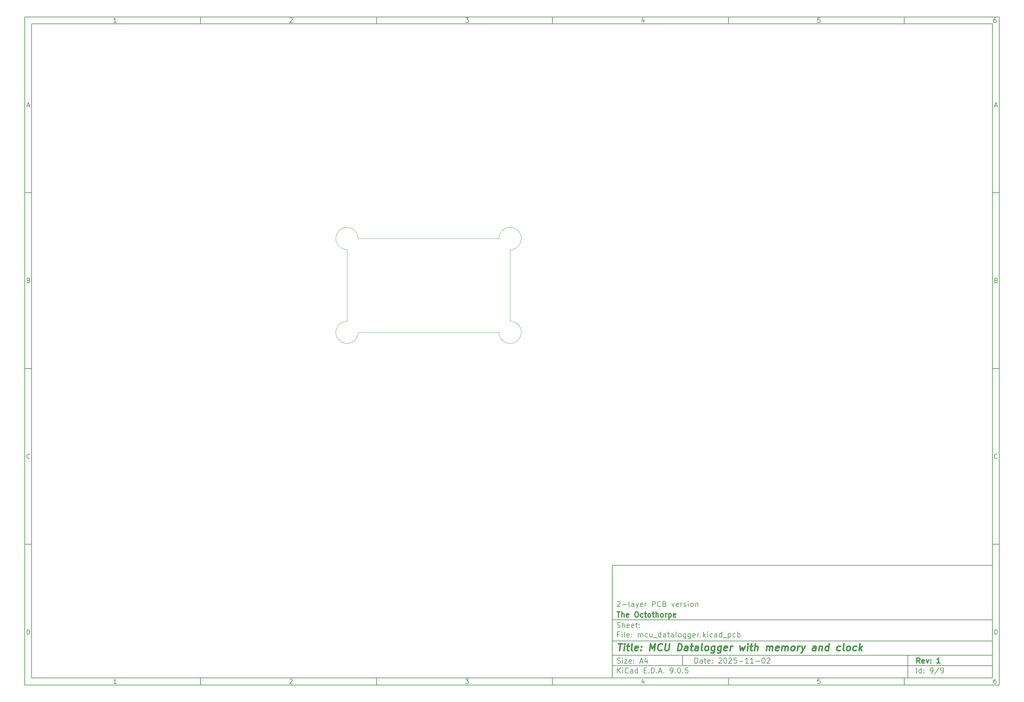
<source format=gbr>
%TF.GenerationSoftware,KiCad,Pcbnew,9.0.5*%
%TF.CreationDate,2025-11-03T15:57:17+06:00*%
%TF.ProjectId,mcu_datalogger,6d63755f-6461-4746-916c-6f676765722e,1*%
%TF.SameCoordinates,Original*%
%TF.FileFunction,Profile,NP*%
%FSLAX46Y46*%
G04 Gerber Fmt 4.6, Leading zero omitted, Abs format (unit mm)*
G04 Created by KiCad (PCBNEW 9.0.5) date 2025-11-03 15:57:17*
%MOMM*%
%LPD*%
G01*
G04 APERTURE LIST*
%ADD10C,0.100000*%
%ADD11C,0.150000*%
%ADD12C,0.300000*%
%ADD13C,0.400000*%
%TA.AperFunction,Profile*%
%ADD14C,0.050000*%
%TD*%
G04 APERTURE END LIST*
D10*
D11*
X177002200Y-166007200D02*
X285002200Y-166007200D01*
X285002200Y-198007200D01*
X177002200Y-198007200D01*
X177002200Y-166007200D01*
D10*
D11*
X10000000Y-10000000D02*
X287002200Y-10000000D01*
X287002200Y-200007200D01*
X10000000Y-200007200D01*
X10000000Y-10000000D01*
D10*
D11*
X12000000Y-12000000D02*
X285002200Y-12000000D01*
X285002200Y-198007200D01*
X12000000Y-198007200D01*
X12000000Y-12000000D01*
D10*
D11*
X60000000Y-12000000D02*
X60000000Y-10000000D01*
D10*
D11*
X110000000Y-12000000D02*
X110000000Y-10000000D01*
D10*
D11*
X160000000Y-12000000D02*
X160000000Y-10000000D01*
D10*
D11*
X210000000Y-12000000D02*
X210000000Y-10000000D01*
D10*
D11*
X260000000Y-12000000D02*
X260000000Y-10000000D01*
D10*
D11*
X36089160Y-11593604D02*
X35346303Y-11593604D01*
X35717731Y-11593604D02*
X35717731Y-10293604D01*
X35717731Y-10293604D02*
X35593922Y-10479319D01*
X35593922Y-10479319D02*
X35470112Y-10603128D01*
X35470112Y-10603128D02*
X35346303Y-10665033D01*
D10*
D11*
X85346303Y-10417414D02*
X85408207Y-10355509D01*
X85408207Y-10355509D02*
X85532017Y-10293604D01*
X85532017Y-10293604D02*
X85841541Y-10293604D01*
X85841541Y-10293604D02*
X85965350Y-10355509D01*
X85965350Y-10355509D02*
X86027255Y-10417414D01*
X86027255Y-10417414D02*
X86089160Y-10541223D01*
X86089160Y-10541223D02*
X86089160Y-10665033D01*
X86089160Y-10665033D02*
X86027255Y-10850747D01*
X86027255Y-10850747D02*
X85284398Y-11593604D01*
X85284398Y-11593604D02*
X86089160Y-11593604D01*
D10*
D11*
X135284398Y-10293604D02*
X136089160Y-10293604D01*
X136089160Y-10293604D02*
X135655826Y-10788842D01*
X135655826Y-10788842D02*
X135841541Y-10788842D01*
X135841541Y-10788842D02*
X135965350Y-10850747D01*
X135965350Y-10850747D02*
X136027255Y-10912652D01*
X136027255Y-10912652D02*
X136089160Y-11036461D01*
X136089160Y-11036461D02*
X136089160Y-11345985D01*
X136089160Y-11345985D02*
X136027255Y-11469795D01*
X136027255Y-11469795D02*
X135965350Y-11531700D01*
X135965350Y-11531700D02*
X135841541Y-11593604D01*
X135841541Y-11593604D02*
X135470112Y-11593604D01*
X135470112Y-11593604D02*
X135346303Y-11531700D01*
X135346303Y-11531700D02*
X135284398Y-11469795D01*
D10*
D11*
X185965350Y-10726938D02*
X185965350Y-11593604D01*
X185655826Y-10231700D02*
X185346303Y-11160271D01*
X185346303Y-11160271D02*
X186151064Y-11160271D01*
D10*
D11*
X236027255Y-10293604D02*
X235408207Y-10293604D01*
X235408207Y-10293604D02*
X235346303Y-10912652D01*
X235346303Y-10912652D02*
X235408207Y-10850747D01*
X235408207Y-10850747D02*
X235532017Y-10788842D01*
X235532017Y-10788842D02*
X235841541Y-10788842D01*
X235841541Y-10788842D02*
X235965350Y-10850747D01*
X235965350Y-10850747D02*
X236027255Y-10912652D01*
X236027255Y-10912652D02*
X236089160Y-11036461D01*
X236089160Y-11036461D02*
X236089160Y-11345985D01*
X236089160Y-11345985D02*
X236027255Y-11469795D01*
X236027255Y-11469795D02*
X235965350Y-11531700D01*
X235965350Y-11531700D02*
X235841541Y-11593604D01*
X235841541Y-11593604D02*
X235532017Y-11593604D01*
X235532017Y-11593604D02*
X235408207Y-11531700D01*
X235408207Y-11531700D02*
X235346303Y-11469795D01*
D10*
D11*
X285965350Y-10293604D02*
X285717731Y-10293604D01*
X285717731Y-10293604D02*
X285593922Y-10355509D01*
X285593922Y-10355509D02*
X285532017Y-10417414D01*
X285532017Y-10417414D02*
X285408207Y-10603128D01*
X285408207Y-10603128D02*
X285346303Y-10850747D01*
X285346303Y-10850747D02*
X285346303Y-11345985D01*
X285346303Y-11345985D02*
X285408207Y-11469795D01*
X285408207Y-11469795D02*
X285470112Y-11531700D01*
X285470112Y-11531700D02*
X285593922Y-11593604D01*
X285593922Y-11593604D02*
X285841541Y-11593604D01*
X285841541Y-11593604D02*
X285965350Y-11531700D01*
X285965350Y-11531700D02*
X286027255Y-11469795D01*
X286027255Y-11469795D02*
X286089160Y-11345985D01*
X286089160Y-11345985D02*
X286089160Y-11036461D01*
X286089160Y-11036461D02*
X286027255Y-10912652D01*
X286027255Y-10912652D02*
X285965350Y-10850747D01*
X285965350Y-10850747D02*
X285841541Y-10788842D01*
X285841541Y-10788842D02*
X285593922Y-10788842D01*
X285593922Y-10788842D02*
X285470112Y-10850747D01*
X285470112Y-10850747D02*
X285408207Y-10912652D01*
X285408207Y-10912652D02*
X285346303Y-11036461D01*
D10*
D11*
X60000000Y-198007200D02*
X60000000Y-200007200D01*
D10*
D11*
X110000000Y-198007200D02*
X110000000Y-200007200D01*
D10*
D11*
X160000000Y-198007200D02*
X160000000Y-200007200D01*
D10*
D11*
X210000000Y-198007200D02*
X210000000Y-200007200D01*
D10*
D11*
X260000000Y-198007200D02*
X260000000Y-200007200D01*
D10*
D11*
X36089160Y-199600804D02*
X35346303Y-199600804D01*
X35717731Y-199600804D02*
X35717731Y-198300804D01*
X35717731Y-198300804D02*
X35593922Y-198486519D01*
X35593922Y-198486519D02*
X35470112Y-198610328D01*
X35470112Y-198610328D02*
X35346303Y-198672233D01*
D10*
D11*
X85346303Y-198424614D02*
X85408207Y-198362709D01*
X85408207Y-198362709D02*
X85532017Y-198300804D01*
X85532017Y-198300804D02*
X85841541Y-198300804D01*
X85841541Y-198300804D02*
X85965350Y-198362709D01*
X85965350Y-198362709D02*
X86027255Y-198424614D01*
X86027255Y-198424614D02*
X86089160Y-198548423D01*
X86089160Y-198548423D02*
X86089160Y-198672233D01*
X86089160Y-198672233D02*
X86027255Y-198857947D01*
X86027255Y-198857947D02*
X85284398Y-199600804D01*
X85284398Y-199600804D02*
X86089160Y-199600804D01*
D10*
D11*
X135284398Y-198300804D02*
X136089160Y-198300804D01*
X136089160Y-198300804D02*
X135655826Y-198796042D01*
X135655826Y-198796042D02*
X135841541Y-198796042D01*
X135841541Y-198796042D02*
X135965350Y-198857947D01*
X135965350Y-198857947D02*
X136027255Y-198919852D01*
X136027255Y-198919852D02*
X136089160Y-199043661D01*
X136089160Y-199043661D02*
X136089160Y-199353185D01*
X136089160Y-199353185D02*
X136027255Y-199476995D01*
X136027255Y-199476995D02*
X135965350Y-199538900D01*
X135965350Y-199538900D02*
X135841541Y-199600804D01*
X135841541Y-199600804D02*
X135470112Y-199600804D01*
X135470112Y-199600804D02*
X135346303Y-199538900D01*
X135346303Y-199538900D02*
X135284398Y-199476995D01*
D10*
D11*
X185965350Y-198734138D02*
X185965350Y-199600804D01*
X185655826Y-198238900D02*
X185346303Y-199167471D01*
X185346303Y-199167471D02*
X186151064Y-199167471D01*
D10*
D11*
X236027255Y-198300804D02*
X235408207Y-198300804D01*
X235408207Y-198300804D02*
X235346303Y-198919852D01*
X235346303Y-198919852D02*
X235408207Y-198857947D01*
X235408207Y-198857947D02*
X235532017Y-198796042D01*
X235532017Y-198796042D02*
X235841541Y-198796042D01*
X235841541Y-198796042D02*
X235965350Y-198857947D01*
X235965350Y-198857947D02*
X236027255Y-198919852D01*
X236027255Y-198919852D02*
X236089160Y-199043661D01*
X236089160Y-199043661D02*
X236089160Y-199353185D01*
X236089160Y-199353185D02*
X236027255Y-199476995D01*
X236027255Y-199476995D02*
X235965350Y-199538900D01*
X235965350Y-199538900D02*
X235841541Y-199600804D01*
X235841541Y-199600804D02*
X235532017Y-199600804D01*
X235532017Y-199600804D02*
X235408207Y-199538900D01*
X235408207Y-199538900D02*
X235346303Y-199476995D01*
D10*
D11*
X285965350Y-198300804D02*
X285717731Y-198300804D01*
X285717731Y-198300804D02*
X285593922Y-198362709D01*
X285593922Y-198362709D02*
X285532017Y-198424614D01*
X285532017Y-198424614D02*
X285408207Y-198610328D01*
X285408207Y-198610328D02*
X285346303Y-198857947D01*
X285346303Y-198857947D02*
X285346303Y-199353185D01*
X285346303Y-199353185D02*
X285408207Y-199476995D01*
X285408207Y-199476995D02*
X285470112Y-199538900D01*
X285470112Y-199538900D02*
X285593922Y-199600804D01*
X285593922Y-199600804D02*
X285841541Y-199600804D01*
X285841541Y-199600804D02*
X285965350Y-199538900D01*
X285965350Y-199538900D02*
X286027255Y-199476995D01*
X286027255Y-199476995D02*
X286089160Y-199353185D01*
X286089160Y-199353185D02*
X286089160Y-199043661D01*
X286089160Y-199043661D02*
X286027255Y-198919852D01*
X286027255Y-198919852D02*
X285965350Y-198857947D01*
X285965350Y-198857947D02*
X285841541Y-198796042D01*
X285841541Y-198796042D02*
X285593922Y-198796042D01*
X285593922Y-198796042D02*
X285470112Y-198857947D01*
X285470112Y-198857947D02*
X285408207Y-198919852D01*
X285408207Y-198919852D02*
X285346303Y-199043661D01*
D10*
D11*
X10000000Y-60000000D02*
X12000000Y-60000000D01*
D10*
D11*
X10000000Y-110000000D02*
X12000000Y-110000000D01*
D10*
D11*
X10000000Y-160000000D02*
X12000000Y-160000000D01*
D10*
D11*
X10690476Y-35222176D02*
X11309523Y-35222176D01*
X10566666Y-35593604D02*
X10999999Y-34293604D01*
X10999999Y-34293604D02*
X11433333Y-35593604D01*
D10*
D11*
X11092857Y-84912652D02*
X11278571Y-84974557D01*
X11278571Y-84974557D02*
X11340476Y-85036461D01*
X11340476Y-85036461D02*
X11402380Y-85160271D01*
X11402380Y-85160271D02*
X11402380Y-85345985D01*
X11402380Y-85345985D02*
X11340476Y-85469795D01*
X11340476Y-85469795D02*
X11278571Y-85531700D01*
X11278571Y-85531700D02*
X11154761Y-85593604D01*
X11154761Y-85593604D02*
X10659523Y-85593604D01*
X10659523Y-85593604D02*
X10659523Y-84293604D01*
X10659523Y-84293604D02*
X11092857Y-84293604D01*
X11092857Y-84293604D02*
X11216666Y-84355509D01*
X11216666Y-84355509D02*
X11278571Y-84417414D01*
X11278571Y-84417414D02*
X11340476Y-84541223D01*
X11340476Y-84541223D02*
X11340476Y-84665033D01*
X11340476Y-84665033D02*
X11278571Y-84788842D01*
X11278571Y-84788842D02*
X11216666Y-84850747D01*
X11216666Y-84850747D02*
X11092857Y-84912652D01*
X11092857Y-84912652D02*
X10659523Y-84912652D01*
D10*
D11*
X11402380Y-135469795D02*
X11340476Y-135531700D01*
X11340476Y-135531700D02*
X11154761Y-135593604D01*
X11154761Y-135593604D02*
X11030952Y-135593604D01*
X11030952Y-135593604D02*
X10845238Y-135531700D01*
X10845238Y-135531700D02*
X10721428Y-135407890D01*
X10721428Y-135407890D02*
X10659523Y-135284080D01*
X10659523Y-135284080D02*
X10597619Y-135036461D01*
X10597619Y-135036461D02*
X10597619Y-134850747D01*
X10597619Y-134850747D02*
X10659523Y-134603128D01*
X10659523Y-134603128D02*
X10721428Y-134479319D01*
X10721428Y-134479319D02*
X10845238Y-134355509D01*
X10845238Y-134355509D02*
X11030952Y-134293604D01*
X11030952Y-134293604D02*
X11154761Y-134293604D01*
X11154761Y-134293604D02*
X11340476Y-134355509D01*
X11340476Y-134355509D02*
X11402380Y-134417414D01*
D10*
D11*
X10659523Y-185593604D02*
X10659523Y-184293604D01*
X10659523Y-184293604D02*
X10969047Y-184293604D01*
X10969047Y-184293604D02*
X11154761Y-184355509D01*
X11154761Y-184355509D02*
X11278571Y-184479319D01*
X11278571Y-184479319D02*
X11340476Y-184603128D01*
X11340476Y-184603128D02*
X11402380Y-184850747D01*
X11402380Y-184850747D02*
X11402380Y-185036461D01*
X11402380Y-185036461D02*
X11340476Y-185284080D01*
X11340476Y-185284080D02*
X11278571Y-185407890D01*
X11278571Y-185407890D02*
X11154761Y-185531700D01*
X11154761Y-185531700D02*
X10969047Y-185593604D01*
X10969047Y-185593604D02*
X10659523Y-185593604D01*
D10*
D11*
X287002200Y-60000000D02*
X285002200Y-60000000D01*
D10*
D11*
X287002200Y-110000000D02*
X285002200Y-110000000D01*
D10*
D11*
X287002200Y-160000000D02*
X285002200Y-160000000D01*
D10*
D11*
X285692676Y-35222176D02*
X286311723Y-35222176D01*
X285568866Y-35593604D02*
X286002199Y-34293604D01*
X286002199Y-34293604D02*
X286435533Y-35593604D01*
D10*
D11*
X286095057Y-84912652D02*
X286280771Y-84974557D01*
X286280771Y-84974557D02*
X286342676Y-85036461D01*
X286342676Y-85036461D02*
X286404580Y-85160271D01*
X286404580Y-85160271D02*
X286404580Y-85345985D01*
X286404580Y-85345985D02*
X286342676Y-85469795D01*
X286342676Y-85469795D02*
X286280771Y-85531700D01*
X286280771Y-85531700D02*
X286156961Y-85593604D01*
X286156961Y-85593604D02*
X285661723Y-85593604D01*
X285661723Y-85593604D02*
X285661723Y-84293604D01*
X285661723Y-84293604D02*
X286095057Y-84293604D01*
X286095057Y-84293604D02*
X286218866Y-84355509D01*
X286218866Y-84355509D02*
X286280771Y-84417414D01*
X286280771Y-84417414D02*
X286342676Y-84541223D01*
X286342676Y-84541223D02*
X286342676Y-84665033D01*
X286342676Y-84665033D02*
X286280771Y-84788842D01*
X286280771Y-84788842D02*
X286218866Y-84850747D01*
X286218866Y-84850747D02*
X286095057Y-84912652D01*
X286095057Y-84912652D02*
X285661723Y-84912652D01*
D10*
D11*
X286404580Y-135469795D02*
X286342676Y-135531700D01*
X286342676Y-135531700D02*
X286156961Y-135593604D01*
X286156961Y-135593604D02*
X286033152Y-135593604D01*
X286033152Y-135593604D02*
X285847438Y-135531700D01*
X285847438Y-135531700D02*
X285723628Y-135407890D01*
X285723628Y-135407890D02*
X285661723Y-135284080D01*
X285661723Y-135284080D02*
X285599819Y-135036461D01*
X285599819Y-135036461D02*
X285599819Y-134850747D01*
X285599819Y-134850747D02*
X285661723Y-134603128D01*
X285661723Y-134603128D02*
X285723628Y-134479319D01*
X285723628Y-134479319D02*
X285847438Y-134355509D01*
X285847438Y-134355509D02*
X286033152Y-134293604D01*
X286033152Y-134293604D02*
X286156961Y-134293604D01*
X286156961Y-134293604D02*
X286342676Y-134355509D01*
X286342676Y-134355509D02*
X286404580Y-134417414D01*
D10*
D11*
X285661723Y-185593604D02*
X285661723Y-184293604D01*
X285661723Y-184293604D02*
X285971247Y-184293604D01*
X285971247Y-184293604D02*
X286156961Y-184355509D01*
X286156961Y-184355509D02*
X286280771Y-184479319D01*
X286280771Y-184479319D02*
X286342676Y-184603128D01*
X286342676Y-184603128D02*
X286404580Y-184850747D01*
X286404580Y-184850747D02*
X286404580Y-185036461D01*
X286404580Y-185036461D02*
X286342676Y-185284080D01*
X286342676Y-185284080D02*
X286280771Y-185407890D01*
X286280771Y-185407890D02*
X286156961Y-185531700D01*
X286156961Y-185531700D02*
X285971247Y-185593604D01*
X285971247Y-185593604D02*
X285661723Y-185593604D01*
D10*
D11*
X200458026Y-193793328D02*
X200458026Y-192293328D01*
X200458026Y-192293328D02*
X200815169Y-192293328D01*
X200815169Y-192293328D02*
X201029455Y-192364757D01*
X201029455Y-192364757D02*
X201172312Y-192507614D01*
X201172312Y-192507614D02*
X201243741Y-192650471D01*
X201243741Y-192650471D02*
X201315169Y-192936185D01*
X201315169Y-192936185D02*
X201315169Y-193150471D01*
X201315169Y-193150471D02*
X201243741Y-193436185D01*
X201243741Y-193436185D02*
X201172312Y-193579042D01*
X201172312Y-193579042D02*
X201029455Y-193721900D01*
X201029455Y-193721900D02*
X200815169Y-193793328D01*
X200815169Y-193793328D02*
X200458026Y-193793328D01*
X202600884Y-193793328D02*
X202600884Y-193007614D01*
X202600884Y-193007614D02*
X202529455Y-192864757D01*
X202529455Y-192864757D02*
X202386598Y-192793328D01*
X202386598Y-192793328D02*
X202100884Y-192793328D01*
X202100884Y-192793328D02*
X201958026Y-192864757D01*
X202600884Y-193721900D02*
X202458026Y-193793328D01*
X202458026Y-193793328D02*
X202100884Y-193793328D01*
X202100884Y-193793328D02*
X201958026Y-193721900D01*
X201958026Y-193721900D02*
X201886598Y-193579042D01*
X201886598Y-193579042D02*
X201886598Y-193436185D01*
X201886598Y-193436185D02*
X201958026Y-193293328D01*
X201958026Y-193293328D02*
X202100884Y-193221900D01*
X202100884Y-193221900D02*
X202458026Y-193221900D01*
X202458026Y-193221900D02*
X202600884Y-193150471D01*
X203100884Y-192793328D02*
X203672312Y-192793328D01*
X203315169Y-192293328D02*
X203315169Y-193579042D01*
X203315169Y-193579042D02*
X203386598Y-193721900D01*
X203386598Y-193721900D02*
X203529455Y-193793328D01*
X203529455Y-193793328D02*
X203672312Y-193793328D01*
X204743741Y-193721900D02*
X204600884Y-193793328D01*
X204600884Y-193793328D02*
X204315170Y-193793328D01*
X204315170Y-193793328D02*
X204172312Y-193721900D01*
X204172312Y-193721900D02*
X204100884Y-193579042D01*
X204100884Y-193579042D02*
X204100884Y-193007614D01*
X204100884Y-193007614D02*
X204172312Y-192864757D01*
X204172312Y-192864757D02*
X204315170Y-192793328D01*
X204315170Y-192793328D02*
X204600884Y-192793328D01*
X204600884Y-192793328D02*
X204743741Y-192864757D01*
X204743741Y-192864757D02*
X204815170Y-193007614D01*
X204815170Y-193007614D02*
X204815170Y-193150471D01*
X204815170Y-193150471D02*
X204100884Y-193293328D01*
X205458026Y-193650471D02*
X205529455Y-193721900D01*
X205529455Y-193721900D02*
X205458026Y-193793328D01*
X205458026Y-193793328D02*
X205386598Y-193721900D01*
X205386598Y-193721900D02*
X205458026Y-193650471D01*
X205458026Y-193650471D02*
X205458026Y-193793328D01*
X205458026Y-192864757D02*
X205529455Y-192936185D01*
X205529455Y-192936185D02*
X205458026Y-193007614D01*
X205458026Y-193007614D02*
X205386598Y-192936185D01*
X205386598Y-192936185D02*
X205458026Y-192864757D01*
X205458026Y-192864757D02*
X205458026Y-193007614D01*
X207243741Y-192436185D02*
X207315169Y-192364757D01*
X207315169Y-192364757D02*
X207458027Y-192293328D01*
X207458027Y-192293328D02*
X207815169Y-192293328D01*
X207815169Y-192293328D02*
X207958027Y-192364757D01*
X207958027Y-192364757D02*
X208029455Y-192436185D01*
X208029455Y-192436185D02*
X208100884Y-192579042D01*
X208100884Y-192579042D02*
X208100884Y-192721900D01*
X208100884Y-192721900D02*
X208029455Y-192936185D01*
X208029455Y-192936185D02*
X207172312Y-193793328D01*
X207172312Y-193793328D02*
X208100884Y-193793328D01*
X209029455Y-192293328D02*
X209172312Y-192293328D01*
X209172312Y-192293328D02*
X209315169Y-192364757D01*
X209315169Y-192364757D02*
X209386598Y-192436185D01*
X209386598Y-192436185D02*
X209458026Y-192579042D01*
X209458026Y-192579042D02*
X209529455Y-192864757D01*
X209529455Y-192864757D02*
X209529455Y-193221900D01*
X209529455Y-193221900D02*
X209458026Y-193507614D01*
X209458026Y-193507614D02*
X209386598Y-193650471D01*
X209386598Y-193650471D02*
X209315169Y-193721900D01*
X209315169Y-193721900D02*
X209172312Y-193793328D01*
X209172312Y-193793328D02*
X209029455Y-193793328D01*
X209029455Y-193793328D02*
X208886598Y-193721900D01*
X208886598Y-193721900D02*
X208815169Y-193650471D01*
X208815169Y-193650471D02*
X208743740Y-193507614D01*
X208743740Y-193507614D02*
X208672312Y-193221900D01*
X208672312Y-193221900D02*
X208672312Y-192864757D01*
X208672312Y-192864757D02*
X208743740Y-192579042D01*
X208743740Y-192579042D02*
X208815169Y-192436185D01*
X208815169Y-192436185D02*
X208886598Y-192364757D01*
X208886598Y-192364757D02*
X209029455Y-192293328D01*
X210100883Y-192436185D02*
X210172311Y-192364757D01*
X210172311Y-192364757D02*
X210315169Y-192293328D01*
X210315169Y-192293328D02*
X210672311Y-192293328D01*
X210672311Y-192293328D02*
X210815169Y-192364757D01*
X210815169Y-192364757D02*
X210886597Y-192436185D01*
X210886597Y-192436185D02*
X210958026Y-192579042D01*
X210958026Y-192579042D02*
X210958026Y-192721900D01*
X210958026Y-192721900D02*
X210886597Y-192936185D01*
X210886597Y-192936185D02*
X210029454Y-193793328D01*
X210029454Y-193793328D02*
X210958026Y-193793328D01*
X212315168Y-192293328D02*
X211600882Y-192293328D01*
X211600882Y-192293328D02*
X211529454Y-193007614D01*
X211529454Y-193007614D02*
X211600882Y-192936185D01*
X211600882Y-192936185D02*
X211743740Y-192864757D01*
X211743740Y-192864757D02*
X212100882Y-192864757D01*
X212100882Y-192864757D02*
X212243740Y-192936185D01*
X212243740Y-192936185D02*
X212315168Y-193007614D01*
X212315168Y-193007614D02*
X212386597Y-193150471D01*
X212386597Y-193150471D02*
X212386597Y-193507614D01*
X212386597Y-193507614D02*
X212315168Y-193650471D01*
X212315168Y-193650471D02*
X212243740Y-193721900D01*
X212243740Y-193721900D02*
X212100882Y-193793328D01*
X212100882Y-193793328D02*
X211743740Y-193793328D01*
X211743740Y-193793328D02*
X211600882Y-193721900D01*
X211600882Y-193721900D02*
X211529454Y-193650471D01*
X213029453Y-193221900D02*
X214172311Y-193221900D01*
X215672311Y-193793328D02*
X214815168Y-193793328D01*
X215243739Y-193793328D02*
X215243739Y-192293328D01*
X215243739Y-192293328D02*
X215100882Y-192507614D01*
X215100882Y-192507614D02*
X214958025Y-192650471D01*
X214958025Y-192650471D02*
X214815168Y-192721900D01*
X217100882Y-193793328D02*
X216243739Y-193793328D01*
X216672310Y-193793328D02*
X216672310Y-192293328D01*
X216672310Y-192293328D02*
X216529453Y-192507614D01*
X216529453Y-192507614D02*
X216386596Y-192650471D01*
X216386596Y-192650471D02*
X216243739Y-192721900D01*
X217743738Y-193221900D02*
X218886596Y-193221900D01*
X219886596Y-192293328D02*
X220029453Y-192293328D01*
X220029453Y-192293328D02*
X220172310Y-192364757D01*
X220172310Y-192364757D02*
X220243739Y-192436185D01*
X220243739Y-192436185D02*
X220315167Y-192579042D01*
X220315167Y-192579042D02*
X220386596Y-192864757D01*
X220386596Y-192864757D02*
X220386596Y-193221900D01*
X220386596Y-193221900D02*
X220315167Y-193507614D01*
X220315167Y-193507614D02*
X220243739Y-193650471D01*
X220243739Y-193650471D02*
X220172310Y-193721900D01*
X220172310Y-193721900D02*
X220029453Y-193793328D01*
X220029453Y-193793328D02*
X219886596Y-193793328D01*
X219886596Y-193793328D02*
X219743739Y-193721900D01*
X219743739Y-193721900D02*
X219672310Y-193650471D01*
X219672310Y-193650471D02*
X219600881Y-193507614D01*
X219600881Y-193507614D02*
X219529453Y-193221900D01*
X219529453Y-193221900D02*
X219529453Y-192864757D01*
X219529453Y-192864757D02*
X219600881Y-192579042D01*
X219600881Y-192579042D02*
X219672310Y-192436185D01*
X219672310Y-192436185D02*
X219743739Y-192364757D01*
X219743739Y-192364757D02*
X219886596Y-192293328D01*
X220958024Y-192436185D02*
X221029452Y-192364757D01*
X221029452Y-192364757D02*
X221172310Y-192293328D01*
X221172310Y-192293328D02*
X221529452Y-192293328D01*
X221529452Y-192293328D02*
X221672310Y-192364757D01*
X221672310Y-192364757D02*
X221743738Y-192436185D01*
X221743738Y-192436185D02*
X221815167Y-192579042D01*
X221815167Y-192579042D02*
X221815167Y-192721900D01*
X221815167Y-192721900D02*
X221743738Y-192936185D01*
X221743738Y-192936185D02*
X220886595Y-193793328D01*
X220886595Y-193793328D02*
X221815167Y-193793328D01*
D10*
D11*
X177002200Y-194507200D02*
X285002200Y-194507200D01*
D10*
D11*
X178458026Y-196593328D02*
X178458026Y-195093328D01*
X179315169Y-196593328D02*
X178672312Y-195736185D01*
X179315169Y-195093328D02*
X178458026Y-195950471D01*
X179958026Y-196593328D02*
X179958026Y-195593328D01*
X179958026Y-195093328D02*
X179886598Y-195164757D01*
X179886598Y-195164757D02*
X179958026Y-195236185D01*
X179958026Y-195236185D02*
X180029455Y-195164757D01*
X180029455Y-195164757D02*
X179958026Y-195093328D01*
X179958026Y-195093328D02*
X179958026Y-195236185D01*
X181529455Y-196450471D02*
X181458027Y-196521900D01*
X181458027Y-196521900D02*
X181243741Y-196593328D01*
X181243741Y-196593328D02*
X181100884Y-196593328D01*
X181100884Y-196593328D02*
X180886598Y-196521900D01*
X180886598Y-196521900D02*
X180743741Y-196379042D01*
X180743741Y-196379042D02*
X180672312Y-196236185D01*
X180672312Y-196236185D02*
X180600884Y-195950471D01*
X180600884Y-195950471D02*
X180600884Y-195736185D01*
X180600884Y-195736185D02*
X180672312Y-195450471D01*
X180672312Y-195450471D02*
X180743741Y-195307614D01*
X180743741Y-195307614D02*
X180886598Y-195164757D01*
X180886598Y-195164757D02*
X181100884Y-195093328D01*
X181100884Y-195093328D02*
X181243741Y-195093328D01*
X181243741Y-195093328D02*
X181458027Y-195164757D01*
X181458027Y-195164757D02*
X181529455Y-195236185D01*
X182815170Y-196593328D02*
X182815170Y-195807614D01*
X182815170Y-195807614D02*
X182743741Y-195664757D01*
X182743741Y-195664757D02*
X182600884Y-195593328D01*
X182600884Y-195593328D02*
X182315170Y-195593328D01*
X182315170Y-195593328D02*
X182172312Y-195664757D01*
X182815170Y-196521900D02*
X182672312Y-196593328D01*
X182672312Y-196593328D02*
X182315170Y-196593328D01*
X182315170Y-196593328D02*
X182172312Y-196521900D01*
X182172312Y-196521900D02*
X182100884Y-196379042D01*
X182100884Y-196379042D02*
X182100884Y-196236185D01*
X182100884Y-196236185D02*
X182172312Y-196093328D01*
X182172312Y-196093328D02*
X182315170Y-196021900D01*
X182315170Y-196021900D02*
X182672312Y-196021900D01*
X182672312Y-196021900D02*
X182815170Y-195950471D01*
X184172313Y-196593328D02*
X184172313Y-195093328D01*
X184172313Y-196521900D02*
X184029455Y-196593328D01*
X184029455Y-196593328D02*
X183743741Y-196593328D01*
X183743741Y-196593328D02*
X183600884Y-196521900D01*
X183600884Y-196521900D02*
X183529455Y-196450471D01*
X183529455Y-196450471D02*
X183458027Y-196307614D01*
X183458027Y-196307614D02*
X183458027Y-195879042D01*
X183458027Y-195879042D02*
X183529455Y-195736185D01*
X183529455Y-195736185D02*
X183600884Y-195664757D01*
X183600884Y-195664757D02*
X183743741Y-195593328D01*
X183743741Y-195593328D02*
X184029455Y-195593328D01*
X184029455Y-195593328D02*
X184172313Y-195664757D01*
X186029455Y-195807614D02*
X186529455Y-195807614D01*
X186743741Y-196593328D02*
X186029455Y-196593328D01*
X186029455Y-196593328D02*
X186029455Y-195093328D01*
X186029455Y-195093328D02*
X186743741Y-195093328D01*
X187386598Y-196450471D02*
X187458027Y-196521900D01*
X187458027Y-196521900D02*
X187386598Y-196593328D01*
X187386598Y-196593328D02*
X187315170Y-196521900D01*
X187315170Y-196521900D02*
X187386598Y-196450471D01*
X187386598Y-196450471D02*
X187386598Y-196593328D01*
X188100884Y-196593328D02*
X188100884Y-195093328D01*
X188100884Y-195093328D02*
X188458027Y-195093328D01*
X188458027Y-195093328D02*
X188672313Y-195164757D01*
X188672313Y-195164757D02*
X188815170Y-195307614D01*
X188815170Y-195307614D02*
X188886599Y-195450471D01*
X188886599Y-195450471D02*
X188958027Y-195736185D01*
X188958027Y-195736185D02*
X188958027Y-195950471D01*
X188958027Y-195950471D02*
X188886599Y-196236185D01*
X188886599Y-196236185D02*
X188815170Y-196379042D01*
X188815170Y-196379042D02*
X188672313Y-196521900D01*
X188672313Y-196521900D02*
X188458027Y-196593328D01*
X188458027Y-196593328D02*
X188100884Y-196593328D01*
X189600884Y-196450471D02*
X189672313Y-196521900D01*
X189672313Y-196521900D02*
X189600884Y-196593328D01*
X189600884Y-196593328D02*
X189529456Y-196521900D01*
X189529456Y-196521900D02*
X189600884Y-196450471D01*
X189600884Y-196450471D02*
X189600884Y-196593328D01*
X190243742Y-196164757D02*
X190958028Y-196164757D01*
X190100885Y-196593328D02*
X190600885Y-195093328D01*
X190600885Y-195093328D02*
X191100885Y-196593328D01*
X191600884Y-196450471D02*
X191672313Y-196521900D01*
X191672313Y-196521900D02*
X191600884Y-196593328D01*
X191600884Y-196593328D02*
X191529456Y-196521900D01*
X191529456Y-196521900D02*
X191600884Y-196450471D01*
X191600884Y-196450471D02*
X191600884Y-196593328D01*
X193529456Y-196593328D02*
X193815170Y-196593328D01*
X193815170Y-196593328D02*
X193958027Y-196521900D01*
X193958027Y-196521900D02*
X194029456Y-196450471D01*
X194029456Y-196450471D02*
X194172313Y-196236185D01*
X194172313Y-196236185D02*
X194243742Y-195950471D01*
X194243742Y-195950471D02*
X194243742Y-195379042D01*
X194243742Y-195379042D02*
X194172313Y-195236185D01*
X194172313Y-195236185D02*
X194100885Y-195164757D01*
X194100885Y-195164757D02*
X193958027Y-195093328D01*
X193958027Y-195093328D02*
X193672313Y-195093328D01*
X193672313Y-195093328D02*
X193529456Y-195164757D01*
X193529456Y-195164757D02*
X193458027Y-195236185D01*
X193458027Y-195236185D02*
X193386599Y-195379042D01*
X193386599Y-195379042D02*
X193386599Y-195736185D01*
X193386599Y-195736185D02*
X193458027Y-195879042D01*
X193458027Y-195879042D02*
X193529456Y-195950471D01*
X193529456Y-195950471D02*
X193672313Y-196021900D01*
X193672313Y-196021900D02*
X193958027Y-196021900D01*
X193958027Y-196021900D02*
X194100885Y-195950471D01*
X194100885Y-195950471D02*
X194172313Y-195879042D01*
X194172313Y-195879042D02*
X194243742Y-195736185D01*
X194886598Y-196450471D02*
X194958027Y-196521900D01*
X194958027Y-196521900D02*
X194886598Y-196593328D01*
X194886598Y-196593328D02*
X194815170Y-196521900D01*
X194815170Y-196521900D02*
X194886598Y-196450471D01*
X194886598Y-196450471D02*
X194886598Y-196593328D01*
X195886599Y-195093328D02*
X196029456Y-195093328D01*
X196029456Y-195093328D02*
X196172313Y-195164757D01*
X196172313Y-195164757D02*
X196243742Y-195236185D01*
X196243742Y-195236185D02*
X196315170Y-195379042D01*
X196315170Y-195379042D02*
X196386599Y-195664757D01*
X196386599Y-195664757D02*
X196386599Y-196021900D01*
X196386599Y-196021900D02*
X196315170Y-196307614D01*
X196315170Y-196307614D02*
X196243742Y-196450471D01*
X196243742Y-196450471D02*
X196172313Y-196521900D01*
X196172313Y-196521900D02*
X196029456Y-196593328D01*
X196029456Y-196593328D02*
X195886599Y-196593328D01*
X195886599Y-196593328D02*
X195743742Y-196521900D01*
X195743742Y-196521900D02*
X195672313Y-196450471D01*
X195672313Y-196450471D02*
X195600884Y-196307614D01*
X195600884Y-196307614D02*
X195529456Y-196021900D01*
X195529456Y-196021900D02*
X195529456Y-195664757D01*
X195529456Y-195664757D02*
X195600884Y-195379042D01*
X195600884Y-195379042D02*
X195672313Y-195236185D01*
X195672313Y-195236185D02*
X195743742Y-195164757D01*
X195743742Y-195164757D02*
X195886599Y-195093328D01*
X197029455Y-196450471D02*
X197100884Y-196521900D01*
X197100884Y-196521900D02*
X197029455Y-196593328D01*
X197029455Y-196593328D02*
X196958027Y-196521900D01*
X196958027Y-196521900D02*
X197029455Y-196450471D01*
X197029455Y-196450471D02*
X197029455Y-196593328D01*
X198458027Y-195093328D02*
X197743741Y-195093328D01*
X197743741Y-195093328D02*
X197672313Y-195807614D01*
X197672313Y-195807614D02*
X197743741Y-195736185D01*
X197743741Y-195736185D02*
X197886599Y-195664757D01*
X197886599Y-195664757D02*
X198243741Y-195664757D01*
X198243741Y-195664757D02*
X198386599Y-195736185D01*
X198386599Y-195736185D02*
X198458027Y-195807614D01*
X198458027Y-195807614D02*
X198529456Y-195950471D01*
X198529456Y-195950471D02*
X198529456Y-196307614D01*
X198529456Y-196307614D02*
X198458027Y-196450471D01*
X198458027Y-196450471D02*
X198386599Y-196521900D01*
X198386599Y-196521900D02*
X198243741Y-196593328D01*
X198243741Y-196593328D02*
X197886599Y-196593328D01*
X197886599Y-196593328D02*
X197743741Y-196521900D01*
X197743741Y-196521900D02*
X197672313Y-196450471D01*
D10*
D11*
X177002200Y-191507200D02*
X285002200Y-191507200D01*
D10*
D12*
X264413853Y-193785528D02*
X263913853Y-193071242D01*
X263556710Y-193785528D02*
X263556710Y-192285528D01*
X263556710Y-192285528D02*
X264128139Y-192285528D01*
X264128139Y-192285528D02*
X264270996Y-192356957D01*
X264270996Y-192356957D02*
X264342425Y-192428385D01*
X264342425Y-192428385D02*
X264413853Y-192571242D01*
X264413853Y-192571242D02*
X264413853Y-192785528D01*
X264413853Y-192785528D02*
X264342425Y-192928385D01*
X264342425Y-192928385D02*
X264270996Y-192999814D01*
X264270996Y-192999814D02*
X264128139Y-193071242D01*
X264128139Y-193071242D02*
X263556710Y-193071242D01*
X265628139Y-193714100D02*
X265485282Y-193785528D01*
X265485282Y-193785528D02*
X265199568Y-193785528D01*
X265199568Y-193785528D02*
X265056710Y-193714100D01*
X265056710Y-193714100D02*
X264985282Y-193571242D01*
X264985282Y-193571242D02*
X264985282Y-192999814D01*
X264985282Y-192999814D02*
X265056710Y-192856957D01*
X265056710Y-192856957D02*
X265199568Y-192785528D01*
X265199568Y-192785528D02*
X265485282Y-192785528D01*
X265485282Y-192785528D02*
X265628139Y-192856957D01*
X265628139Y-192856957D02*
X265699568Y-192999814D01*
X265699568Y-192999814D02*
X265699568Y-193142671D01*
X265699568Y-193142671D02*
X264985282Y-193285528D01*
X266199567Y-192785528D02*
X266556710Y-193785528D01*
X266556710Y-193785528D02*
X266913853Y-192785528D01*
X267485281Y-193642671D02*
X267556710Y-193714100D01*
X267556710Y-193714100D02*
X267485281Y-193785528D01*
X267485281Y-193785528D02*
X267413853Y-193714100D01*
X267413853Y-193714100D02*
X267485281Y-193642671D01*
X267485281Y-193642671D02*
X267485281Y-193785528D01*
X267485281Y-192856957D02*
X267556710Y-192928385D01*
X267556710Y-192928385D02*
X267485281Y-192999814D01*
X267485281Y-192999814D02*
X267413853Y-192928385D01*
X267413853Y-192928385D02*
X267485281Y-192856957D01*
X267485281Y-192856957D02*
X267485281Y-192999814D01*
X270128139Y-193785528D02*
X269270996Y-193785528D01*
X269699567Y-193785528D02*
X269699567Y-192285528D01*
X269699567Y-192285528D02*
X269556710Y-192499814D01*
X269556710Y-192499814D02*
X269413853Y-192642671D01*
X269413853Y-192642671D02*
X269270996Y-192714100D01*
D10*
D11*
X178386598Y-193721900D02*
X178600884Y-193793328D01*
X178600884Y-193793328D02*
X178958026Y-193793328D01*
X178958026Y-193793328D02*
X179100884Y-193721900D01*
X179100884Y-193721900D02*
X179172312Y-193650471D01*
X179172312Y-193650471D02*
X179243741Y-193507614D01*
X179243741Y-193507614D02*
X179243741Y-193364757D01*
X179243741Y-193364757D02*
X179172312Y-193221900D01*
X179172312Y-193221900D02*
X179100884Y-193150471D01*
X179100884Y-193150471D02*
X178958026Y-193079042D01*
X178958026Y-193079042D02*
X178672312Y-193007614D01*
X178672312Y-193007614D02*
X178529455Y-192936185D01*
X178529455Y-192936185D02*
X178458026Y-192864757D01*
X178458026Y-192864757D02*
X178386598Y-192721900D01*
X178386598Y-192721900D02*
X178386598Y-192579042D01*
X178386598Y-192579042D02*
X178458026Y-192436185D01*
X178458026Y-192436185D02*
X178529455Y-192364757D01*
X178529455Y-192364757D02*
X178672312Y-192293328D01*
X178672312Y-192293328D02*
X179029455Y-192293328D01*
X179029455Y-192293328D02*
X179243741Y-192364757D01*
X179886597Y-193793328D02*
X179886597Y-192793328D01*
X179886597Y-192293328D02*
X179815169Y-192364757D01*
X179815169Y-192364757D02*
X179886597Y-192436185D01*
X179886597Y-192436185D02*
X179958026Y-192364757D01*
X179958026Y-192364757D02*
X179886597Y-192293328D01*
X179886597Y-192293328D02*
X179886597Y-192436185D01*
X180458026Y-192793328D02*
X181243741Y-192793328D01*
X181243741Y-192793328D02*
X180458026Y-193793328D01*
X180458026Y-193793328D02*
X181243741Y-193793328D01*
X182386598Y-193721900D02*
X182243741Y-193793328D01*
X182243741Y-193793328D02*
X181958027Y-193793328D01*
X181958027Y-193793328D02*
X181815169Y-193721900D01*
X181815169Y-193721900D02*
X181743741Y-193579042D01*
X181743741Y-193579042D02*
X181743741Y-193007614D01*
X181743741Y-193007614D02*
X181815169Y-192864757D01*
X181815169Y-192864757D02*
X181958027Y-192793328D01*
X181958027Y-192793328D02*
X182243741Y-192793328D01*
X182243741Y-192793328D02*
X182386598Y-192864757D01*
X182386598Y-192864757D02*
X182458027Y-193007614D01*
X182458027Y-193007614D02*
X182458027Y-193150471D01*
X182458027Y-193150471D02*
X181743741Y-193293328D01*
X183100883Y-193650471D02*
X183172312Y-193721900D01*
X183172312Y-193721900D02*
X183100883Y-193793328D01*
X183100883Y-193793328D02*
X183029455Y-193721900D01*
X183029455Y-193721900D02*
X183100883Y-193650471D01*
X183100883Y-193650471D02*
X183100883Y-193793328D01*
X183100883Y-192864757D02*
X183172312Y-192936185D01*
X183172312Y-192936185D02*
X183100883Y-193007614D01*
X183100883Y-193007614D02*
X183029455Y-192936185D01*
X183029455Y-192936185D02*
X183100883Y-192864757D01*
X183100883Y-192864757D02*
X183100883Y-193007614D01*
X184886598Y-193364757D02*
X185600884Y-193364757D01*
X184743741Y-193793328D02*
X185243741Y-192293328D01*
X185243741Y-192293328D02*
X185743741Y-193793328D01*
X186886598Y-192793328D02*
X186886598Y-193793328D01*
X186529455Y-192221900D02*
X186172312Y-193293328D01*
X186172312Y-193293328D02*
X187100883Y-193293328D01*
D10*
D11*
X263458026Y-196593328D02*
X263458026Y-195093328D01*
X264815170Y-196593328D02*
X264815170Y-195093328D01*
X264815170Y-196521900D02*
X264672312Y-196593328D01*
X264672312Y-196593328D02*
X264386598Y-196593328D01*
X264386598Y-196593328D02*
X264243741Y-196521900D01*
X264243741Y-196521900D02*
X264172312Y-196450471D01*
X264172312Y-196450471D02*
X264100884Y-196307614D01*
X264100884Y-196307614D02*
X264100884Y-195879042D01*
X264100884Y-195879042D02*
X264172312Y-195736185D01*
X264172312Y-195736185D02*
X264243741Y-195664757D01*
X264243741Y-195664757D02*
X264386598Y-195593328D01*
X264386598Y-195593328D02*
X264672312Y-195593328D01*
X264672312Y-195593328D02*
X264815170Y-195664757D01*
X265529455Y-196450471D02*
X265600884Y-196521900D01*
X265600884Y-196521900D02*
X265529455Y-196593328D01*
X265529455Y-196593328D02*
X265458027Y-196521900D01*
X265458027Y-196521900D02*
X265529455Y-196450471D01*
X265529455Y-196450471D02*
X265529455Y-196593328D01*
X265529455Y-195664757D02*
X265600884Y-195736185D01*
X265600884Y-195736185D02*
X265529455Y-195807614D01*
X265529455Y-195807614D02*
X265458027Y-195736185D01*
X265458027Y-195736185D02*
X265529455Y-195664757D01*
X265529455Y-195664757D02*
X265529455Y-195807614D01*
X267458027Y-196593328D02*
X267743741Y-196593328D01*
X267743741Y-196593328D02*
X267886598Y-196521900D01*
X267886598Y-196521900D02*
X267958027Y-196450471D01*
X267958027Y-196450471D02*
X268100884Y-196236185D01*
X268100884Y-196236185D02*
X268172313Y-195950471D01*
X268172313Y-195950471D02*
X268172313Y-195379042D01*
X268172313Y-195379042D02*
X268100884Y-195236185D01*
X268100884Y-195236185D02*
X268029456Y-195164757D01*
X268029456Y-195164757D02*
X267886598Y-195093328D01*
X267886598Y-195093328D02*
X267600884Y-195093328D01*
X267600884Y-195093328D02*
X267458027Y-195164757D01*
X267458027Y-195164757D02*
X267386598Y-195236185D01*
X267386598Y-195236185D02*
X267315170Y-195379042D01*
X267315170Y-195379042D02*
X267315170Y-195736185D01*
X267315170Y-195736185D02*
X267386598Y-195879042D01*
X267386598Y-195879042D02*
X267458027Y-195950471D01*
X267458027Y-195950471D02*
X267600884Y-196021900D01*
X267600884Y-196021900D02*
X267886598Y-196021900D01*
X267886598Y-196021900D02*
X268029456Y-195950471D01*
X268029456Y-195950471D02*
X268100884Y-195879042D01*
X268100884Y-195879042D02*
X268172313Y-195736185D01*
X269886598Y-195021900D02*
X268600884Y-196950471D01*
X270458027Y-196593328D02*
X270743741Y-196593328D01*
X270743741Y-196593328D02*
X270886598Y-196521900D01*
X270886598Y-196521900D02*
X270958027Y-196450471D01*
X270958027Y-196450471D02*
X271100884Y-196236185D01*
X271100884Y-196236185D02*
X271172313Y-195950471D01*
X271172313Y-195950471D02*
X271172313Y-195379042D01*
X271172313Y-195379042D02*
X271100884Y-195236185D01*
X271100884Y-195236185D02*
X271029456Y-195164757D01*
X271029456Y-195164757D02*
X270886598Y-195093328D01*
X270886598Y-195093328D02*
X270600884Y-195093328D01*
X270600884Y-195093328D02*
X270458027Y-195164757D01*
X270458027Y-195164757D02*
X270386598Y-195236185D01*
X270386598Y-195236185D02*
X270315170Y-195379042D01*
X270315170Y-195379042D02*
X270315170Y-195736185D01*
X270315170Y-195736185D02*
X270386598Y-195879042D01*
X270386598Y-195879042D02*
X270458027Y-195950471D01*
X270458027Y-195950471D02*
X270600884Y-196021900D01*
X270600884Y-196021900D02*
X270886598Y-196021900D01*
X270886598Y-196021900D02*
X271029456Y-195950471D01*
X271029456Y-195950471D02*
X271100884Y-195879042D01*
X271100884Y-195879042D02*
X271172313Y-195736185D01*
D10*
D11*
X177002200Y-187507200D02*
X285002200Y-187507200D01*
D10*
D13*
X178693928Y-188211638D02*
X179836785Y-188211638D01*
X179015357Y-190211638D02*
X179265357Y-188211638D01*
X180253452Y-190211638D02*
X180420119Y-188878304D01*
X180503452Y-188211638D02*
X180396309Y-188306876D01*
X180396309Y-188306876D02*
X180479643Y-188402114D01*
X180479643Y-188402114D02*
X180586786Y-188306876D01*
X180586786Y-188306876D02*
X180503452Y-188211638D01*
X180503452Y-188211638D02*
X180479643Y-188402114D01*
X181086786Y-188878304D02*
X181848690Y-188878304D01*
X181455833Y-188211638D02*
X181241548Y-189925923D01*
X181241548Y-189925923D02*
X181312976Y-190116400D01*
X181312976Y-190116400D02*
X181491548Y-190211638D01*
X181491548Y-190211638D02*
X181682024Y-190211638D01*
X182634405Y-190211638D02*
X182455833Y-190116400D01*
X182455833Y-190116400D02*
X182384405Y-189925923D01*
X182384405Y-189925923D02*
X182598690Y-188211638D01*
X184170119Y-190116400D02*
X183967738Y-190211638D01*
X183967738Y-190211638D02*
X183586785Y-190211638D01*
X183586785Y-190211638D02*
X183408214Y-190116400D01*
X183408214Y-190116400D02*
X183336785Y-189925923D01*
X183336785Y-189925923D02*
X183432024Y-189164019D01*
X183432024Y-189164019D02*
X183551071Y-188973542D01*
X183551071Y-188973542D02*
X183753452Y-188878304D01*
X183753452Y-188878304D02*
X184134404Y-188878304D01*
X184134404Y-188878304D02*
X184312976Y-188973542D01*
X184312976Y-188973542D02*
X184384404Y-189164019D01*
X184384404Y-189164019D02*
X184360595Y-189354495D01*
X184360595Y-189354495D02*
X183384404Y-189544971D01*
X185134405Y-190021161D02*
X185217738Y-190116400D01*
X185217738Y-190116400D02*
X185110595Y-190211638D01*
X185110595Y-190211638D02*
X185027262Y-190116400D01*
X185027262Y-190116400D02*
X185134405Y-190021161D01*
X185134405Y-190021161D02*
X185110595Y-190211638D01*
X185265357Y-188973542D02*
X185348690Y-189068780D01*
X185348690Y-189068780D02*
X185241548Y-189164019D01*
X185241548Y-189164019D02*
X185158214Y-189068780D01*
X185158214Y-189068780D02*
X185265357Y-188973542D01*
X185265357Y-188973542D02*
X185241548Y-189164019D01*
X187586786Y-190211638D02*
X187836786Y-188211638D01*
X187836786Y-188211638D02*
X188324881Y-189640209D01*
X188324881Y-189640209D02*
X189170120Y-188211638D01*
X189170120Y-188211638D02*
X188920120Y-190211638D01*
X191039167Y-190021161D02*
X190932024Y-190116400D01*
X190932024Y-190116400D02*
X190634405Y-190211638D01*
X190634405Y-190211638D02*
X190443929Y-190211638D01*
X190443929Y-190211638D02*
X190170119Y-190116400D01*
X190170119Y-190116400D02*
X190003453Y-189925923D01*
X190003453Y-189925923D02*
X189932024Y-189735447D01*
X189932024Y-189735447D02*
X189884405Y-189354495D01*
X189884405Y-189354495D02*
X189920119Y-189068780D01*
X189920119Y-189068780D02*
X190062976Y-188687828D01*
X190062976Y-188687828D02*
X190182024Y-188497352D01*
X190182024Y-188497352D02*
X190396310Y-188306876D01*
X190396310Y-188306876D02*
X190693929Y-188211638D01*
X190693929Y-188211638D02*
X190884405Y-188211638D01*
X190884405Y-188211638D02*
X191158215Y-188306876D01*
X191158215Y-188306876D02*
X191241548Y-188402114D01*
X192122500Y-188211638D02*
X191920119Y-189830685D01*
X191920119Y-189830685D02*
X191991548Y-190021161D01*
X191991548Y-190021161D02*
X192074881Y-190116400D01*
X192074881Y-190116400D02*
X192253453Y-190211638D01*
X192253453Y-190211638D02*
X192634405Y-190211638D01*
X192634405Y-190211638D02*
X192836786Y-190116400D01*
X192836786Y-190116400D02*
X192943929Y-190021161D01*
X192943929Y-190021161D02*
X193062976Y-189830685D01*
X193062976Y-189830685D02*
X193265357Y-188211638D01*
X195491548Y-190211638D02*
X195741548Y-188211638D01*
X195741548Y-188211638D02*
X196217739Y-188211638D01*
X196217739Y-188211638D02*
X196491548Y-188306876D01*
X196491548Y-188306876D02*
X196658215Y-188497352D01*
X196658215Y-188497352D02*
X196729643Y-188687828D01*
X196729643Y-188687828D02*
X196777263Y-189068780D01*
X196777263Y-189068780D02*
X196741548Y-189354495D01*
X196741548Y-189354495D02*
X196598691Y-189735447D01*
X196598691Y-189735447D02*
X196479643Y-189925923D01*
X196479643Y-189925923D02*
X196265358Y-190116400D01*
X196265358Y-190116400D02*
X195967739Y-190211638D01*
X195967739Y-190211638D02*
X195491548Y-190211638D01*
X198348691Y-190211638D02*
X198479643Y-189164019D01*
X198479643Y-189164019D02*
X198408215Y-188973542D01*
X198408215Y-188973542D02*
X198229643Y-188878304D01*
X198229643Y-188878304D02*
X197848691Y-188878304D01*
X197848691Y-188878304D02*
X197646310Y-188973542D01*
X198360596Y-190116400D02*
X198158215Y-190211638D01*
X198158215Y-190211638D02*
X197682024Y-190211638D01*
X197682024Y-190211638D02*
X197503453Y-190116400D01*
X197503453Y-190116400D02*
X197432024Y-189925923D01*
X197432024Y-189925923D02*
X197455834Y-189735447D01*
X197455834Y-189735447D02*
X197574882Y-189544971D01*
X197574882Y-189544971D02*
X197777263Y-189449733D01*
X197777263Y-189449733D02*
X198253453Y-189449733D01*
X198253453Y-189449733D02*
X198455834Y-189354495D01*
X199182025Y-188878304D02*
X199943929Y-188878304D01*
X199551072Y-188211638D02*
X199336787Y-189925923D01*
X199336787Y-189925923D02*
X199408215Y-190116400D01*
X199408215Y-190116400D02*
X199586787Y-190211638D01*
X199586787Y-190211638D02*
X199777263Y-190211638D01*
X201301072Y-190211638D02*
X201432024Y-189164019D01*
X201432024Y-189164019D02*
X201360596Y-188973542D01*
X201360596Y-188973542D02*
X201182024Y-188878304D01*
X201182024Y-188878304D02*
X200801072Y-188878304D01*
X200801072Y-188878304D02*
X200598691Y-188973542D01*
X201312977Y-190116400D02*
X201110596Y-190211638D01*
X201110596Y-190211638D02*
X200634405Y-190211638D01*
X200634405Y-190211638D02*
X200455834Y-190116400D01*
X200455834Y-190116400D02*
X200384405Y-189925923D01*
X200384405Y-189925923D02*
X200408215Y-189735447D01*
X200408215Y-189735447D02*
X200527263Y-189544971D01*
X200527263Y-189544971D02*
X200729644Y-189449733D01*
X200729644Y-189449733D02*
X201205834Y-189449733D01*
X201205834Y-189449733D02*
X201408215Y-189354495D01*
X202539168Y-190211638D02*
X202360596Y-190116400D01*
X202360596Y-190116400D02*
X202289168Y-189925923D01*
X202289168Y-189925923D02*
X202503453Y-188211638D01*
X203586787Y-190211638D02*
X203408215Y-190116400D01*
X203408215Y-190116400D02*
X203324882Y-190021161D01*
X203324882Y-190021161D02*
X203253453Y-189830685D01*
X203253453Y-189830685D02*
X203324882Y-189259257D01*
X203324882Y-189259257D02*
X203443929Y-189068780D01*
X203443929Y-189068780D02*
X203551072Y-188973542D01*
X203551072Y-188973542D02*
X203753453Y-188878304D01*
X203753453Y-188878304D02*
X204039167Y-188878304D01*
X204039167Y-188878304D02*
X204217739Y-188973542D01*
X204217739Y-188973542D02*
X204301072Y-189068780D01*
X204301072Y-189068780D02*
X204372501Y-189259257D01*
X204372501Y-189259257D02*
X204301072Y-189830685D01*
X204301072Y-189830685D02*
X204182025Y-190021161D01*
X204182025Y-190021161D02*
X204074882Y-190116400D01*
X204074882Y-190116400D02*
X203872501Y-190211638D01*
X203872501Y-190211638D02*
X203586787Y-190211638D01*
X206134406Y-188878304D02*
X205932025Y-190497352D01*
X205932025Y-190497352D02*
X205812977Y-190687828D01*
X205812977Y-190687828D02*
X205705834Y-190783066D01*
X205705834Y-190783066D02*
X205503453Y-190878304D01*
X205503453Y-190878304D02*
X205217739Y-190878304D01*
X205217739Y-190878304D02*
X205039168Y-190783066D01*
X205979644Y-190116400D02*
X205777263Y-190211638D01*
X205777263Y-190211638D02*
X205396311Y-190211638D01*
X205396311Y-190211638D02*
X205217739Y-190116400D01*
X205217739Y-190116400D02*
X205134406Y-190021161D01*
X205134406Y-190021161D02*
X205062977Y-189830685D01*
X205062977Y-189830685D02*
X205134406Y-189259257D01*
X205134406Y-189259257D02*
X205253453Y-189068780D01*
X205253453Y-189068780D02*
X205360596Y-188973542D01*
X205360596Y-188973542D02*
X205562977Y-188878304D01*
X205562977Y-188878304D02*
X205943930Y-188878304D01*
X205943930Y-188878304D02*
X206122501Y-188973542D01*
X207943930Y-188878304D02*
X207741549Y-190497352D01*
X207741549Y-190497352D02*
X207622501Y-190687828D01*
X207622501Y-190687828D02*
X207515358Y-190783066D01*
X207515358Y-190783066D02*
X207312977Y-190878304D01*
X207312977Y-190878304D02*
X207027263Y-190878304D01*
X207027263Y-190878304D02*
X206848692Y-190783066D01*
X207789168Y-190116400D02*
X207586787Y-190211638D01*
X207586787Y-190211638D02*
X207205835Y-190211638D01*
X207205835Y-190211638D02*
X207027263Y-190116400D01*
X207027263Y-190116400D02*
X206943930Y-190021161D01*
X206943930Y-190021161D02*
X206872501Y-189830685D01*
X206872501Y-189830685D02*
X206943930Y-189259257D01*
X206943930Y-189259257D02*
X207062977Y-189068780D01*
X207062977Y-189068780D02*
X207170120Y-188973542D01*
X207170120Y-188973542D02*
X207372501Y-188878304D01*
X207372501Y-188878304D02*
X207753454Y-188878304D01*
X207753454Y-188878304D02*
X207932025Y-188973542D01*
X209503454Y-190116400D02*
X209301073Y-190211638D01*
X209301073Y-190211638D02*
X208920120Y-190211638D01*
X208920120Y-190211638D02*
X208741549Y-190116400D01*
X208741549Y-190116400D02*
X208670120Y-189925923D01*
X208670120Y-189925923D02*
X208765359Y-189164019D01*
X208765359Y-189164019D02*
X208884406Y-188973542D01*
X208884406Y-188973542D02*
X209086787Y-188878304D01*
X209086787Y-188878304D02*
X209467739Y-188878304D01*
X209467739Y-188878304D02*
X209646311Y-188973542D01*
X209646311Y-188973542D02*
X209717739Y-189164019D01*
X209717739Y-189164019D02*
X209693930Y-189354495D01*
X209693930Y-189354495D02*
X208717739Y-189544971D01*
X210443930Y-190211638D02*
X210610597Y-188878304D01*
X210562978Y-189259257D02*
X210682025Y-189068780D01*
X210682025Y-189068780D02*
X210789168Y-188973542D01*
X210789168Y-188973542D02*
X210991549Y-188878304D01*
X210991549Y-188878304D02*
X211182025Y-188878304D01*
X213182026Y-188878304D02*
X213396311Y-190211638D01*
X213396311Y-190211638D02*
X213896311Y-189259257D01*
X213896311Y-189259257D02*
X214158216Y-190211638D01*
X214158216Y-190211638D02*
X214705835Y-188878304D01*
X215301073Y-190211638D02*
X215467740Y-188878304D01*
X215551073Y-188211638D02*
X215443930Y-188306876D01*
X215443930Y-188306876D02*
X215527264Y-188402114D01*
X215527264Y-188402114D02*
X215634407Y-188306876D01*
X215634407Y-188306876D02*
X215551073Y-188211638D01*
X215551073Y-188211638D02*
X215527264Y-188402114D01*
X216134407Y-188878304D02*
X216896311Y-188878304D01*
X216503454Y-188211638D02*
X216289169Y-189925923D01*
X216289169Y-189925923D02*
X216360597Y-190116400D01*
X216360597Y-190116400D02*
X216539169Y-190211638D01*
X216539169Y-190211638D02*
X216729645Y-190211638D01*
X217396311Y-190211638D02*
X217646311Y-188211638D01*
X218253454Y-190211638D02*
X218384406Y-189164019D01*
X218384406Y-189164019D02*
X218312978Y-188973542D01*
X218312978Y-188973542D02*
X218134406Y-188878304D01*
X218134406Y-188878304D02*
X217848692Y-188878304D01*
X217848692Y-188878304D02*
X217646311Y-188973542D01*
X217646311Y-188973542D02*
X217539168Y-189068780D01*
X220729645Y-190211638D02*
X220896312Y-188878304D01*
X220872502Y-189068780D02*
X220979645Y-188973542D01*
X220979645Y-188973542D02*
X221182026Y-188878304D01*
X221182026Y-188878304D02*
X221467740Y-188878304D01*
X221467740Y-188878304D02*
X221646312Y-188973542D01*
X221646312Y-188973542D02*
X221717740Y-189164019D01*
X221717740Y-189164019D02*
X221586788Y-190211638D01*
X221717740Y-189164019D02*
X221836788Y-188973542D01*
X221836788Y-188973542D02*
X222039169Y-188878304D01*
X222039169Y-188878304D02*
X222324883Y-188878304D01*
X222324883Y-188878304D02*
X222503455Y-188973542D01*
X222503455Y-188973542D02*
X222574883Y-189164019D01*
X222574883Y-189164019D02*
X222443931Y-190211638D01*
X224170122Y-190116400D02*
X223967741Y-190211638D01*
X223967741Y-190211638D02*
X223586788Y-190211638D01*
X223586788Y-190211638D02*
X223408217Y-190116400D01*
X223408217Y-190116400D02*
X223336788Y-189925923D01*
X223336788Y-189925923D02*
X223432027Y-189164019D01*
X223432027Y-189164019D02*
X223551074Y-188973542D01*
X223551074Y-188973542D02*
X223753455Y-188878304D01*
X223753455Y-188878304D02*
X224134407Y-188878304D01*
X224134407Y-188878304D02*
X224312979Y-188973542D01*
X224312979Y-188973542D02*
X224384407Y-189164019D01*
X224384407Y-189164019D02*
X224360598Y-189354495D01*
X224360598Y-189354495D02*
X223384407Y-189544971D01*
X225110598Y-190211638D02*
X225277265Y-188878304D01*
X225253455Y-189068780D02*
X225360598Y-188973542D01*
X225360598Y-188973542D02*
X225562979Y-188878304D01*
X225562979Y-188878304D02*
X225848693Y-188878304D01*
X225848693Y-188878304D02*
X226027265Y-188973542D01*
X226027265Y-188973542D02*
X226098693Y-189164019D01*
X226098693Y-189164019D02*
X225967741Y-190211638D01*
X226098693Y-189164019D02*
X226217741Y-188973542D01*
X226217741Y-188973542D02*
X226420122Y-188878304D01*
X226420122Y-188878304D02*
X226705836Y-188878304D01*
X226705836Y-188878304D02*
X226884408Y-188973542D01*
X226884408Y-188973542D02*
X226955836Y-189164019D01*
X226955836Y-189164019D02*
X226824884Y-190211638D01*
X228062980Y-190211638D02*
X227884408Y-190116400D01*
X227884408Y-190116400D02*
X227801075Y-190021161D01*
X227801075Y-190021161D02*
X227729646Y-189830685D01*
X227729646Y-189830685D02*
X227801075Y-189259257D01*
X227801075Y-189259257D02*
X227920122Y-189068780D01*
X227920122Y-189068780D02*
X228027265Y-188973542D01*
X228027265Y-188973542D02*
X228229646Y-188878304D01*
X228229646Y-188878304D02*
X228515360Y-188878304D01*
X228515360Y-188878304D02*
X228693932Y-188973542D01*
X228693932Y-188973542D02*
X228777265Y-189068780D01*
X228777265Y-189068780D02*
X228848694Y-189259257D01*
X228848694Y-189259257D02*
X228777265Y-189830685D01*
X228777265Y-189830685D02*
X228658218Y-190021161D01*
X228658218Y-190021161D02*
X228551075Y-190116400D01*
X228551075Y-190116400D02*
X228348694Y-190211638D01*
X228348694Y-190211638D02*
X228062980Y-190211638D01*
X229586789Y-190211638D02*
X229753456Y-188878304D01*
X229705837Y-189259257D02*
X229824884Y-189068780D01*
X229824884Y-189068780D02*
X229932027Y-188973542D01*
X229932027Y-188973542D02*
X230134408Y-188878304D01*
X230134408Y-188878304D02*
X230324884Y-188878304D01*
X230801075Y-188878304D02*
X231110599Y-190211638D01*
X231753456Y-188878304D02*
X231110599Y-190211638D01*
X231110599Y-190211638D02*
X230860599Y-190687828D01*
X230860599Y-190687828D02*
X230753456Y-190783066D01*
X230753456Y-190783066D02*
X230551075Y-190878304D01*
X234729647Y-190211638D02*
X234860599Y-189164019D01*
X234860599Y-189164019D02*
X234789171Y-188973542D01*
X234789171Y-188973542D02*
X234610599Y-188878304D01*
X234610599Y-188878304D02*
X234229647Y-188878304D01*
X234229647Y-188878304D02*
X234027266Y-188973542D01*
X234741552Y-190116400D02*
X234539171Y-190211638D01*
X234539171Y-190211638D02*
X234062980Y-190211638D01*
X234062980Y-190211638D02*
X233884409Y-190116400D01*
X233884409Y-190116400D02*
X233812980Y-189925923D01*
X233812980Y-189925923D02*
X233836790Y-189735447D01*
X233836790Y-189735447D02*
X233955838Y-189544971D01*
X233955838Y-189544971D02*
X234158219Y-189449733D01*
X234158219Y-189449733D02*
X234634409Y-189449733D01*
X234634409Y-189449733D02*
X234836790Y-189354495D01*
X235848695Y-188878304D02*
X235682028Y-190211638D01*
X235824885Y-189068780D02*
X235932028Y-188973542D01*
X235932028Y-188973542D02*
X236134409Y-188878304D01*
X236134409Y-188878304D02*
X236420123Y-188878304D01*
X236420123Y-188878304D02*
X236598695Y-188973542D01*
X236598695Y-188973542D02*
X236670123Y-189164019D01*
X236670123Y-189164019D02*
X236539171Y-190211638D01*
X238348695Y-190211638D02*
X238598695Y-188211638D01*
X238360600Y-190116400D02*
X238158219Y-190211638D01*
X238158219Y-190211638D02*
X237777267Y-190211638D01*
X237777267Y-190211638D02*
X237598695Y-190116400D01*
X237598695Y-190116400D02*
X237515362Y-190021161D01*
X237515362Y-190021161D02*
X237443933Y-189830685D01*
X237443933Y-189830685D02*
X237515362Y-189259257D01*
X237515362Y-189259257D02*
X237634409Y-189068780D01*
X237634409Y-189068780D02*
X237741552Y-188973542D01*
X237741552Y-188973542D02*
X237943933Y-188878304D01*
X237943933Y-188878304D02*
X238324886Y-188878304D01*
X238324886Y-188878304D02*
X238503457Y-188973542D01*
X241693934Y-190116400D02*
X241491553Y-190211638D01*
X241491553Y-190211638D02*
X241110601Y-190211638D01*
X241110601Y-190211638D02*
X240932029Y-190116400D01*
X240932029Y-190116400D02*
X240848696Y-190021161D01*
X240848696Y-190021161D02*
X240777267Y-189830685D01*
X240777267Y-189830685D02*
X240848696Y-189259257D01*
X240848696Y-189259257D02*
X240967743Y-189068780D01*
X240967743Y-189068780D02*
X241074886Y-188973542D01*
X241074886Y-188973542D02*
X241277267Y-188878304D01*
X241277267Y-188878304D02*
X241658220Y-188878304D01*
X241658220Y-188878304D02*
X241836791Y-188973542D01*
X242824887Y-190211638D02*
X242646315Y-190116400D01*
X242646315Y-190116400D02*
X242574887Y-189925923D01*
X242574887Y-189925923D02*
X242789172Y-188211638D01*
X243872506Y-190211638D02*
X243693934Y-190116400D01*
X243693934Y-190116400D02*
X243610601Y-190021161D01*
X243610601Y-190021161D02*
X243539172Y-189830685D01*
X243539172Y-189830685D02*
X243610601Y-189259257D01*
X243610601Y-189259257D02*
X243729648Y-189068780D01*
X243729648Y-189068780D02*
X243836791Y-188973542D01*
X243836791Y-188973542D02*
X244039172Y-188878304D01*
X244039172Y-188878304D02*
X244324886Y-188878304D01*
X244324886Y-188878304D02*
X244503458Y-188973542D01*
X244503458Y-188973542D02*
X244586791Y-189068780D01*
X244586791Y-189068780D02*
X244658220Y-189259257D01*
X244658220Y-189259257D02*
X244586791Y-189830685D01*
X244586791Y-189830685D02*
X244467744Y-190021161D01*
X244467744Y-190021161D02*
X244360601Y-190116400D01*
X244360601Y-190116400D02*
X244158220Y-190211638D01*
X244158220Y-190211638D02*
X243872506Y-190211638D01*
X246265363Y-190116400D02*
X246062982Y-190211638D01*
X246062982Y-190211638D02*
X245682030Y-190211638D01*
X245682030Y-190211638D02*
X245503458Y-190116400D01*
X245503458Y-190116400D02*
X245420125Y-190021161D01*
X245420125Y-190021161D02*
X245348696Y-189830685D01*
X245348696Y-189830685D02*
X245420125Y-189259257D01*
X245420125Y-189259257D02*
X245539172Y-189068780D01*
X245539172Y-189068780D02*
X245646315Y-188973542D01*
X245646315Y-188973542D02*
X245848696Y-188878304D01*
X245848696Y-188878304D02*
X246229649Y-188878304D01*
X246229649Y-188878304D02*
X246408220Y-188973542D01*
X247110601Y-190211638D02*
X247360601Y-188211638D01*
X247396316Y-189449733D02*
X247872506Y-190211638D01*
X248039173Y-188878304D02*
X247182030Y-189640209D01*
D10*
D11*
X178958026Y-185607614D02*
X178458026Y-185607614D01*
X178458026Y-186393328D02*
X178458026Y-184893328D01*
X178458026Y-184893328D02*
X179172312Y-184893328D01*
X179743740Y-186393328D02*
X179743740Y-185393328D01*
X179743740Y-184893328D02*
X179672312Y-184964757D01*
X179672312Y-184964757D02*
X179743740Y-185036185D01*
X179743740Y-185036185D02*
X179815169Y-184964757D01*
X179815169Y-184964757D02*
X179743740Y-184893328D01*
X179743740Y-184893328D02*
X179743740Y-185036185D01*
X180672312Y-186393328D02*
X180529455Y-186321900D01*
X180529455Y-186321900D02*
X180458026Y-186179042D01*
X180458026Y-186179042D02*
X180458026Y-184893328D01*
X181815169Y-186321900D02*
X181672312Y-186393328D01*
X181672312Y-186393328D02*
X181386598Y-186393328D01*
X181386598Y-186393328D02*
X181243740Y-186321900D01*
X181243740Y-186321900D02*
X181172312Y-186179042D01*
X181172312Y-186179042D02*
X181172312Y-185607614D01*
X181172312Y-185607614D02*
X181243740Y-185464757D01*
X181243740Y-185464757D02*
X181386598Y-185393328D01*
X181386598Y-185393328D02*
X181672312Y-185393328D01*
X181672312Y-185393328D02*
X181815169Y-185464757D01*
X181815169Y-185464757D02*
X181886598Y-185607614D01*
X181886598Y-185607614D02*
X181886598Y-185750471D01*
X181886598Y-185750471D02*
X181172312Y-185893328D01*
X182529454Y-186250471D02*
X182600883Y-186321900D01*
X182600883Y-186321900D02*
X182529454Y-186393328D01*
X182529454Y-186393328D02*
X182458026Y-186321900D01*
X182458026Y-186321900D02*
X182529454Y-186250471D01*
X182529454Y-186250471D02*
X182529454Y-186393328D01*
X182529454Y-185464757D02*
X182600883Y-185536185D01*
X182600883Y-185536185D02*
X182529454Y-185607614D01*
X182529454Y-185607614D02*
X182458026Y-185536185D01*
X182458026Y-185536185D02*
X182529454Y-185464757D01*
X182529454Y-185464757D02*
X182529454Y-185607614D01*
X184386597Y-186393328D02*
X184386597Y-185393328D01*
X184386597Y-185536185D02*
X184458026Y-185464757D01*
X184458026Y-185464757D02*
X184600883Y-185393328D01*
X184600883Y-185393328D02*
X184815169Y-185393328D01*
X184815169Y-185393328D02*
X184958026Y-185464757D01*
X184958026Y-185464757D02*
X185029455Y-185607614D01*
X185029455Y-185607614D02*
X185029455Y-186393328D01*
X185029455Y-185607614D02*
X185100883Y-185464757D01*
X185100883Y-185464757D02*
X185243740Y-185393328D01*
X185243740Y-185393328D02*
X185458026Y-185393328D01*
X185458026Y-185393328D02*
X185600883Y-185464757D01*
X185600883Y-185464757D02*
X185672312Y-185607614D01*
X185672312Y-185607614D02*
X185672312Y-186393328D01*
X187029455Y-186321900D02*
X186886597Y-186393328D01*
X186886597Y-186393328D02*
X186600883Y-186393328D01*
X186600883Y-186393328D02*
X186458026Y-186321900D01*
X186458026Y-186321900D02*
X186386597Y-186250471D01*
X186386597Y-186250471D02*
X186315169Y-186107614D01*
X186315169Y-186107614D02*
X186315169Y-185679042D01*
X186315169Y-185679042D02*
X186386597Y-185536185D01*
X186386597Y-185536185D02*
X186458026Y-185464757D01*
X186458026Y-185464757D02*
X186600883Y-185393328D01*
X186600883Y-185393328D02*
X186886597Y-185393328D01*
X186886597Y-185393328D02*
X187029455Y-185464757D01*
X188315169Y-185393328D02*
X188315169Y-186393328D01*
X187672311Y-185393328D02*
X187672311Y-186179042D01*
X187672311Y-186179042D02*
X187743740Y-186321900D01*
X187743740Y-186321900D02*
X187886597Y-186393328D01*
X187886597Y-186393328D02*
X188100883Y-186393328D01*
X188100883Y-186393328D02*
X188243740Y-186321900D01*
X188243740Y-186321900D02*
X188315169Y-186250471D01*
X188672312Y-186536185D02*
X189815169Y-186536185D01*
X190815169Y-186393328D02*
X190815169Y-184893328D01*
X190815169Y-186321900D02*
X190672311Y-186393328D01*
X190672311Y-186393328D02*
X190386597Y-186393328D01*
X190386597Y-186393328D02*
X190243740Y-186321900D01*
X190243740Y-186321900D02*
X190172311Y-186250471D01*
X190172311Y-186250471D02*
X190100883Y-186107614D01*
X190100883Y-186107614D02*
X190100883Y-185679042D01*
X190100883Y-185679042D02*
X190172311Y-185536185D01*
X190172311Y-185536185D02*
X190243740Y-185464757D01*
X190243740Y-185464757D02*
X190386597Y-185393328D01*
X190386597Y-185393328D02*
X190672311Y-185393328D01*
X190672311Y-185393328D02*
X190815169Y-185464757D01*
X192172312Y-186393328D02*
X192172312Y-185607614D01*
X192172312Y-185607614D02*
X192100883Y-185464757D01*
X192100883Y-185464757D02*
X191958026Y-185393328D01*
X191958026Y-185393328D02*
X191672312Y-185393328D01*
X191672312Y-185393328D02*
X191529454Y-185464757D01*
X192172312Y-186321900D02*
X192029454Y-186393328D01*
X192029454Y-186393328D02*
X191672312Y-186393328D01*
X191672312Y-186393328D02*
X191529454Y-186321900D01*
X191529454Y-186321900D02*
X191458026Y-186179042D01*
X191458026Y-186179042D02*
X191458026Y-186036185D01*
X191458026Y-186036185D02*
X191529454Y-185893328D01*
X191529454Y-185893328D02*
X191672312Y-185821900D01*
X191672312Y-185821900D02*
X192029454Y-185821900D01*
X192029454Y-185821900D02*
X192172312Y-185750471D01*
X192672312Y-185393328D02*
X193243740Y-185393328D01*
X192886597Y-184893328D02*
X192886597Y-186179042D01*
X192886597Y-186179042D02*
X192958026Y-186321900D01*
X192958026Y-186321900D02*
X193100883Y-186393328D01*
X193100883Y-186393328D02*
X193243740Y-186393328D01*
X194386598Y-186393328D02*
X194386598Y-185607614D01*
X194386598Y-185607614D02*
X194315169Y-185464757D01*
X194315169Y-185464757D02*
X194172312Y-185393328D01*
X194172312Y-185393328D02*
X193886598Y-185393328D01*
X193886598Y-185393328D02*
X193743740Y-185464757D01*
X194386598Y-186321900D02*
X194243740Y-186393328D01*
X194243740Y-186393328D02*
X193886598Y-186393328D01*
X193886598Y-186393328D02*
X193743740Y-186321900D01*
X193743740Y-186321900D02*
X193672312Y-186179042D01*
X193672312Y-186179042D02*
X193672312Y-186036185D01*
X193672312Y-186036185D02*
X193743740Y-185893328D01*
X193743740Y-185893328D02*
X193886598Y-185821900D01*
X193886598Y-185821900D02*
X194243740Y-185821900D01*
X194243740Y-185821900D02*
X194386598Y-185750471D01*
X195315169Y-186393328D02*
X195172312Y-186321900D01*
X195172312Y-186321900D02*
X195100883Y-186179042D01*
X195100883Y-186179042D02*
X195100883Y-184893328D01*
X196100883Y-186393328D02*
X195958026Y-186321900D01*
X195958026Y-186321900D02*
X195886597Y-186250471D01*
X195886597Y-186250471D02*
X195815169Y-186107614D01*
X195815169Y-186107614D02*
X195815169Y-185679042D01*
X195815169Y-185679042D02*
X195886597Y-185536185D01*
X195886597Y-185536185D02*
X195958026Y-185464757D01*
X195958026Y-185464757D02*
X196100883Y-185393328D01*
X196100883Y-185393328D02*
X196315169Y-185393328D01*
X196315169Y-185393328D02*
X196458026Y-185464757D01*
X196458026Y-185464757D02*
X196529455Y-185536185D01*
X196529455Y-185536185D02*
X196600883Y-185679042D01*
X196600883Y-185679042D02*
X196600883Y-186107614D01*
X196600883Y-186107614D02*
X196529455Y-186250471D01*
X196529455Y-186250471D02*
X196458026Y-186321900D01*
X196458026Y-186321900D02*
X196315169Y-186393328D01*
X196315169Y-186393328D02*
X196100883Y-186393328D01*
X197886598Y-185393328D02*
X197886598Y-186607614D01*
X197886598Y-186607614D02*
X197815169Y-186750471D01*
X197815169Y-186750471D02*
X197743740Y-186821900D01*
X197743740Y-186821900D02*
X197600883Y-186893328D01*
X197600883Y-186893328D02*
X197386598Y-186893328D01*
X197386598Y-186893328D02*
X197243740Y-186821900D01*
X197886598Y-186321900D02*
X197743740Y-186393328D01*
X197743740Y-186393328D02*
X197458026Y-186393328D01*
X197458026Y-186393328D02*
X197315169Y-186321900D01*
X197315169Y-186321900D02*
X197243740Y-186250471D01*
X197243740Y-186250471D02*
X197172312Y-186107614D01*
X197172312Y-186107614D02*
X197172312Y-185679042D01*
X197172312Y-185679042D02*
X197243740Y-185536185D01*
X197243740Y-185536185D02*
X197315169Y-185464757D01*
X197315169Y-185464757D02*
X197458026Y-185393328D01*
X197458026Y-185393328D02*
X197743740Y-185393328D01*
X197743740Y-185393328D02*
X197886598Y-185464757D01*
X199243741Y-185393328D02*
X199243741Y-186607614D01*
X199243741Y-186607614D02*
X199172312Y-186750471D01*
X199172312Y-186750471D02*
X199100883Y-186821900D01*
X199100883Y-186821900D02*
X198958026Y-186893328D01*
X198958026Y-186893328D02*
X198743741Y-186893328D01*
X198743741Y-186893328D02*
X198600883Y-186821900D01*
X199243741Y-186321900D02*
X199100883Y-186393328D01*
X199100883Y-186393328D02*
X198815169Y-186393328D01*
X198815169Y-186393328D02*
X198672312Y-186321900D01*
X198672312Y-186321900D02*
X198600883Y-186250471D01*
X198600883Y-186250471D02*
X198529455Y-186107614D01*
X198529455Y-186107614D02*
X198529455Y-185679042D01*
X198529455Y-185679042D02*
X198600883Y-185536185D01*
X198600883Y-185536185D02*
X198672312Y-185464757D01*
X198672312Y-185464757D02*
X198815169Y-185393328D01*
X198815169Y-185393328D02*
X199100883Y-185393328D01*
X199100883Y-185393328D02*
X199243741Y-185464757D01*
X200529455Y-186321900D02*
X200386598Y-186393328D01*
X200386598Y-186393328D02*
X200100884Y-186393328D01*
X200100884Y-186393328D02*
X199958026Y-186321900D01*
X199958026Y-186321900D02*
X199886598Y-186179042D01*
X199886598Y-186179042D02*
X199886598Y-185607614D01*
X199886598Y-185607614D02*
X199958026Y-185464757D01*
X199958026Y-185464757D02*
X200100884Y-185393328D01*
X200100884Y-185393328D02*
X200386598Y-185393328D01*
X200386598Y-185393328D02*
X200529455Y-185464757D01*
X200529455Y-185464757D02*
X200600884Y-185607614D01*
X200600884Y-185607614D02*
X200600884Y-185750471D01*
X200600884Y-185750471D02*
X199886598Y-185893328D01*
X201243740Y-186393328D02*
X201243740Y-185393328D01*
X201243740Y-185679042D02*
X201315169Y-185536185D01*
X201315169Y-185536185D02*
X201386598Y-185464757D01*
X201386598Y-185464757D02*
X201529455Y-185393328D01*
X201529455Y-185393328D02*
X201672312Y-185393328D01*
X202172311Y-186250471D02*
X202243740Y-186321900D01*
X202243740Y-186321900D02*
X202172311Y-186393328D01*
X202172311Y-186393328D02*
X202100883Y-186321900D01*
X202100883Y-186321900D02*
X202172311Y-186250471D01*
X202172311Y-186250471D02*
X202172311Y-186393328D01*
X202886597Y-186393328D02*
X202886597Y-184893328D01*
X203029455Y-185821900D02*
X203458026Y-186393328D01*
X203458026Y-185393328D02*
X202886597Y-185964757D01*
X204100883Y-186393328D02*
X204100883Y-185393328D01*
X204100883Y-184893328D02*
X204029455Y-184964757D01*
X204029455Y-184964757D02*
X204100883Y-185036185D01*
X204100883Y-185036185D02*
X204172312Y-184964757D01*
X204172312Y-184964757D02*
X204100883Y-184893328D01*
X204100883Y-184893328D02*
X204100883Y-185036185D01*
X205458027Y-186321900D02*
X205315169Y-186393328D01*
X205315169Y-186393328D02*
X205029455Y-186393328D01*
X205029455Y-186393328D02*
X204886598Y-186321900D01*
X204886598Y-186321900D02*
X204815169Y-186250471D01*
X204815169Y-186250471D02*
X204743741Y-186107614D01*
X204743741Y-186107614D02*
X204743741Y-185679042D01*
X204743741Y-185679042D02*
X204815169Y-185536185D01*
X204815169Y-185536185D02*
X204886598Y-185464757D01*
X204886598Y-185464757D02*
X205029455Y-185393328D01*
X205029455Y-185393328D02*
X205315169Y-185393328D01*
X205315169Y-185393328D02*
X205458027Y-185464757D01*
X206743741Y-186393328D02*
X206743741Y-185607614D01*
X206743741Y-185607614D02*
X206672312Y-185464757D01*
X206672312Y-185464757D02*
X206529455Y-185393328D01*
X206529455Y-185393328D02*
X206243741Y-185393328D01*
X206243741Y-185393328D02*
X206100883Y-185464757D01*
X206743741Y-186321900D02*
X206600883Y-186393328D01*
X206600883Y-186393328D02*
X206243741Y-186393328D01*
X206243741Y-186393328D02*
X206100883Y-186321900D01*
X206100883Y-186321900D02*
X206029455Y-186179042D01*
X206029455Y-186179042D02*
X206029455Y-186036185D01*
X206029455Y-186036185D02*
X206100883Y-185893328D01*
X206100883Y-185893328D02*
X206243741Y-185821900D01*
X206243741Y-185821900D02*
X206600883Y-185821900D01*
X206600883Y-185821900D02*
X206743741Y-185750471D01*
X208100884Y-186393328D02*
X208100884Y-184893328D01*
X208100884Y-186321900D02*
X207958026Y-186393328D01*
X207958026Y-186393328D02*
X207672312Y-186393328D01*
X207672312Y-186393328D02*
X207529455Y-186321900D01*
X207529455Y-186321900D02*
X207458026Y-186250471D01*
X207458026Y-186250471D02*
X207386598Y-186107614D01*
X207386598Y-186107614D02*
X207386598Y-185679042D01*
X207386598Y-185679042D02*
X207458026Y-185536185D01*
X207458026Y-185536185D02*
X207529455Y-185464757D01*
X207529455Y-185464757D02*
X207672312Y-185393328D01*
X207672312Y-185393328D02*
X207958026Y-185393328D01*
X207958026Y-185393328D02*
X208100884Y-185464757D01*
X208458027Y-186536185D02*
X209600884Y-186536185D01*
X209958026Y-185393328D02*
X209958026Y-186893328D01*
X209958026Y-185464757D02*
X210100884Y-185393328D01*
X210100884Y-185393328D02*
X210386598Y-185393328D01*
X210386598Y-185393328D02*
X210529455Y-185464757D01*
X210529455Y-185464757D02*
X210600884Y-185536185D01*
X210600884Y-185536185D02*
X210672312Y-185679042D01*
X210672312Y-185679042D02*
X210672312Y-186107614D01*
X210672312Y-186107614D02*
X210600884Y-186250471D01*
X210600884Y-186250471D02*
X210529455Y-186321900D01*
X210529455Y-186321900D02*
X210386598Y-186393328D01*
X210386598Y-186393328D02*
X210100884Y-186393328D01*
X210100884Y-186393328D02*
X209958026Y-186321900D01*
X211958027Y-186321900D02*
X211815169Y-186393328D01*
X211815169Y-186393328D02*
X211529455Y-186393328D01*
X211529455Y-186393328D02*
X211386598Y-186321900D01*
X211386598Y-186321900D02*
X211315169Y-186250471D01*
X211315169Y-186250471D02*
X211243741Y-186107614D01*
X211243741Y-186107614D02*
X211243741Y-185679042D01*
X211243741Y-185679042D02*
X211315169Y-185536185D01*
X211315169Y-185536185D02*
X211386598Y-185464757D01*
X211386598Y-185464757D02*
X211529455Y-185393328D01*
X211529455Y-185393328D02*
X211815169Y-185393328D01*
X211815169Y-185393328D02*
X211958027Y-185464757D01*
X212600883Y-186393328D02*
X212600883Y-184893328D01*
X212600883Y-185464757D02*
X212743741Y-185393328D01*
X212743741Y-185393328D02*
X213029455Y-185393328D01*
X213029455Y-185393328D02*
X213172312Y-185464757D01*
X213172312Y-185464757D02*
X213243741Y-185536185D01*
X213243741Y-185536185D02*
X213315169Y-185679042D01*
X213315169Y-185679042D02*
X213315169Y-186107614D01*
X213315169Y-186107614D02*
X213243741Y-186250471D01*
X213243741Y-186250471D02*
X213172312Y-186321900D01*
X213172312Y-186321900D02*
X213029455Y-186393328D01*
X213029455Y-186393328D02*
X212743741Y-186393328D01*
X212743741Y-186393328D02*
X212600883Y-186321900D01*
D10*
D11*
X177002200Y-181507200D02*
X285002200Y-181507200D01*
D10*
D11*
X178386598Y-183621900D02*
X178600884Y-183693328D01*
X178600884Y-183693328D02*
X178958026Y-183693328D01*
X178958026Y-183693328D02*
X179100884Y-183621900D01*
X179100884Y-183621900D02*
X179172312Y-183550471D01*
X179172312Y-183550471D02*
X179243741Y-183407614D01*
X179243741Y-183407614D02*
X179243741Y-183264757D01*
X179243741Y-183264757D02*
X179172312Y-183121900D01*
X179172312Y-183121900D02*
X179100884Y-183050471D01*
X179100884Y-183050471D02*
X178958026Y-182979042D01*
X178958026Y-182979042D02*
X178672312Y-182907614D01*
X178672312Y-182907614D02*
X178529455Y-182836185D01*
X178529455Y-182836185D02*
X178458026Y-182764757D01*
X178458026Y-182764757D02*
X178386598Y-182621900D01*
X178386598Y-182621900D02*
X178386598Y-182479042D01*
X178386598Y-182479042D02*
X178458026Y-182336185D01*
X178458026Y-182336185D02*
X178529455Y-182264757D01*
X178529455Y-182264757D02*
X178672312Y-182193328D01*
X178672312Y-182193328D02*
X179029455Y-182193328D01*
X179029455Y-182193328D02*
X179243741Y-182264757D01*
X179886597Y-183693328D02*
X179886597Y-182193328D01*
X180529455Y-183693328D02*
X180529455Y-182907614D01*
X180529455Y-182907614D02*
X180458026Y-182764757D01*
X180458026Y-182764757D02*
X180315169Y-182693328D01*
X180315169Y-182693328D02*
X180100883Y-182693328D01*
X180100883Y-182693328D02*
X179958026Y-182764757D01*
X179958026Y-182764757D02*
X179886597Y-182836185D01*
X181815169Y-183621900D02*
X181672312Y-183693328D01*
X181672312Y-183693328D02*
X181386598Y-183693328D01*
X181386598Y-183693328D02*
X181243740Y-183621900D01*
X181243740Y-183621900D02*
X181172312Y-183479042D01*
X181172312Y-183479042D02*
X181172312Y-182907614D01*
X181172312Y-182907614D02*
X181243740Y-182764757D01*
X181243740Y-182764757D02*
X181386598Y-182693328D01*
X181386598Y-182693328D02*
X181672312Y-182693328D01*
X181672312Y-182693328D02*
X181815169Y-182764757D01*
X181815169Y-182764757D02*
X181886598Y-182907614D01*
X181886598Y-182907614D02*
X181886598Y-183050471D01*
X181886598Y-183050471D02*
X181172312Y-183193328D01*
X183100883Y-183621900D02*
X182958026Y-183693328D01*
X182958026Y-183693328D02*
X182672312Y-183693328D01*
X182672312Y-183693328D02*
X182529454Y-183621900D01*
X182529454Y-183621900D02*
X182458026Y-183479042D01*
X182458026Y-183479042D02*
X182458026Y-182907614D01*
X182458026Y-182907614D02*
X182529454Y-182764757D01*
X182529454Y-182764757D02*
X182672312Y-182693328D01*
X182672312Y-182693328D02*
X182958026Y-182693328D01*
X182958026Y-182693328D02*
X183100883Y-182764757D01*
X183100883Y-182764757D02*
X183172312Y-182907614D01*
X183172312Y-182907614D02*
X183172312Y-183050471D01*
X183172312Y-183050471D02*
X182458026Y-183193328D01*
X183600883Y-182693328D02*
X184172311Y-182693328D01*
X183815168Y-182193328D02*
X183815168Y-183479042D01*
X183815168Y-183479042D02*
X183886597Y-183621900D01*
X183886597Y-183621900D02*
X184029454Y-183693328D01*
X184029454Y-183693328D02*
X184172311Y-183693328D01*
X184672311Y-183550471D02*
X184743740Y-183621900D01*
X184743740Y-183621900D02*
X184672311Y-183693328D01*
X184672311Y-183693328D02*
X184600883Y-183621900D01*
X184600883Y-183621900D02*
X184672311Y-183550471D01*
X184672311Y-183550471D02*
X184672311Y-183693328D01*
X184672311Y-182764757D02*
X184743740Y-182836185D01*
X184743740Y-182836185D02*
X184672311Y-182907614D01*
X184672311Y-182907614D02*
X184600883Y-182836185D01*
X184600883Y-182836185D02*
X184672311Y-182764757D01*
X184672311Y-182764757D02*
X184672311Y-182907614D01*
D10*
D12*
X178342425Y-179185528D02*
X179199568Y-179185528D01*
X178770996Y-180685528D02*
X178770996Y-179185528D01*
X179699567Y-180685528D02*
X179699567Y-179185528D01*
X180342425Y-180685528D02*
X180342425Y-179899814D01*
X180342425Y-179899814D02*
X180270996Y-179756957D01*
X180270996Y-179756957D02*
X180128139Y-179685528D01*
X180128139Y-179685528D02*
X179913853Y-179685528D01*
X179913853Y-179685528D02*
X179770996Y-179756957D01*
X179770996Y-179756957D02*
X179699567Y-179828385D01*
X181628139Y-180614100D02*
X181485282Y-180685528D01*
X181485282Y-180685528D02*
X181199568Y-180685528D01*
X181199568Y-180685528D02*
X181056710Y-180614100D01*
X181056710Y-180614100D02*
X180985282Y-180471242D01*
X180985282Y-180471242D02*
X180985282Y-179899814D01*
X180985282Y-179899814D02*
X181056710Y-179756957D01*
X181056710Y-179756957D02*
X181199568Y-179685528D01*
X181199568Y-179685528D02*
X181485282Y-179685528D01*
X181485282Y-179685528D02*
X181628139Y-179756957D01*
X181628139Y-179756957D02*
X181699568Y-179899814D01*
X181699568Y-179899814D02*
X181699568Y-180042671D01*
X181699568Y-180042671D02*
X180985282Y-180185528D01*
X183770996Y-179185528D02*
X184056710Y-179185528D01*
X184056710Y-179185528D02*
X184199567Y-179256957D01*
X184199567Y-179256957D02*
X184342424Y-179399814D01*
X184342424Y-179399814D02*
X184413853Y-179685528D01*
X184413853Y-179685528D02*
X184413853Y-180185528D01*
X184413853Y-180185528D02*
X184342424Y-180471242D01*
X184342424Y-180471242D02*
X184199567Y-180614100D01*
X184199567Y-180614100D02*
X184056710Y-180685528D01*
X184056710Y-180685528D02*
X183770996Y-180685528D01*
X183770996Y-180685528D02*
X183628139Y-180614100D01*
X183628139Y-180614100D02*
X183485281Y-180471242D01*
X183485281Y-180471242D02*
X183413853Y-180185528D01*
X183413853Y-180185528D02*
X183413853Y-179685528D01*
X183413853Y-179685528D02*
X183485281Y-179399814D01*
X183485281Y-179399814D02*
X183628139Y-179256957D01*
X183628139Y-179256957D02*
X183770996Y-179185528D01*
X185699568Y-180614100D02*
X185556710Y-180685528D01*
X185556710Y-180685528D02*
X185270996Y-180685528D01*
X185270996Y-180685528D02*
X185128139Y-180614100D01*
X185128139Y-180614100D02*
X185056710Y-180542671D01*
X185056710Y-180542671D02*
X184985282Y-180399814D01*
X184985282Y-180399814D02*
X184985282Y-179971242D01*
X184985282Y-179971242D02*
X185056710Y-179828385D01*
X185056710Y-179828385D02*
X185128139Y-179756957D01*
X185128139Y-179756957D02*
X185270996Y-179685528D01*
X185270996Y-179685528D02*
X185556710Y-179685528D01*
X185556710Y-179685528D02*
X185699568Y-179756957D01*
X186128139Y-179685528D02*
X186699567Y-179685528D01*
X186342424Y-179185528D02*
X186342424Y-180471242D01*
X186342424Y-180471242D02*
X186413853Y-180614100D01*
X186413853Y-180614100D02*
X186556710Y-180685528D01*
X186556710Y-180685528D02*
X186699567Y-180685528D01*
X187413853Y-180685528D02*
X187270996Y-180614100D01*
X187270996Y-180614100D02*
X187199567Y-180542671D01*
X187199567Y-180542671D02*
X187128139Y-180399814D01*
X187128139Y-180399814D02*
X187128139Y-179971242D01*
X187128139Y-179971242D02*
X187199567Y-179828385D01*
X187199567Y-179828385D02*
X187270996Y-179756957D01*
X187270996Y-179756957D02*
X187413853Y-179685528D01*
X187413853Y-179685528D02*
X187628139Y-179685528D01*
X187628139Y-179685528D02*
X187770996Y-179756957D01*
X187770996Y-179756957D02*
X187842425Y-179828385D01*
X187842425Y-179828385D02*
X187913853Y-179971242D01*
X187913853Y-179971242D02*
X187913853Y-180399814D01*
X187913853Y-180399814D02*
X187842425Y-180542671D01*
X187842425Y-180542671D02*
X187770996Y-180614100D01*
X187770996Y-180614100D02*
X187628139Y-180685528D01*
X187628139Y-180685528D02*
X187413853Y-180685528D01*
X188342425Y-179685528D02*
X188913853Y-179685528D01*
X188556710Y-179185528D02*
X188556710Y-180471242D01*
X188556710Y-180471242D02*
X188628139Y-180614100D01*
X188628139Y-180614100D02*
X188770996Y-180685528D01*
X188770996Y-180685528D02*
X188913853Y-180685528D01*
X189413853Y-180685528D02*
X189413853Y-179185528D01*
X190056711Y-180685528D02*
X190056711Y-179899814D01*
X190056711Y-179899814D02*
X189985282Y-179756957D01*
X189985282Y-179756957D02*
X189842425Y-179685528D01*
X189842425Y-179685528D02*
X189628139Y-179685528D01*
X189628139Y-179685528D02*
X189485282Y-179756957D01*
X189485282Y-179756957D02*
X189413853Y-179828385D01*
X190985282Y-180685528D02*
X190842425Y-180614100D01*
X190842425Y-180614100D02*
X190770996Y-180542671D01*
X190770996Y-180542671D02*
X190699568Y-180399814D01*
X190699568Y-180399814D02*
X190699568Y-179971242D01*
X190699568Y-179971242D02*
X190770996Y-179828385D01*
X190770996Y-179828385D02*
X190842425Y-179756957D01*
X190842425Y-179756957D02*
X190985282Y-179685528D01*
X190985282Y-179685528D02*
X191199568Y-179685528D01*
X191199568Y-179685528D02*
X191342425Y-179756957D01*
X191342425Y-179756957D02*
X191413854Y-179828385D01*
X191413854Y-179828385D02*
X191485282Y-179971242D01*
X191485282Y-179971242D02*
X191485282Y-180399814D01*
X191485282Y-180399814D02*
X191413854Y-180542671D01*
X191413854Y-180542671D02*
X191342425Y-180614100D01*
X191342425Y-180614100D02*
X191199568Y-180685528D01*
X191199568Y-180685528D02*
X190985282Y-180685528D01*
X192128139Y-180685528D02*
X192128139Y-179685528D01*
X192128139Y-179971242D02*
X192199568Y-179828385D01*
X192199568Y-179828385D02*
X192270997Y-179756957D01*
X192270997Y-179756957D02*
X192413854Y-179685528D01*
X192413854Y-179685528D02*
X192556711Y-179685528D01*
X193056710Y-179685528D02*
X193056710Y-181185528D01*
X193056710Y-179756957D02*
X193199568Y-179685528D01*
X193199568Y-179685528D02*
X193485282Y-179685528D01*
X193485282Y-179685528D02*
X193628139Y-179756957D01*
X193628139Y-179756957D02*
X193699568Y-179828385D01*
X193699568Y-179828385D02*
X193770996Y-179971242D01*
X193770996Y-179971242D02*
X193770996Y-180399814D01*
X193770996Y-180399814D02*
X193699568Y-180542671D01*
X193699568Y-180542671D02*
X193628139Y-180614100D01*
X193628139Y-180614100D02*
X193485282Y-180685528D01*
X193485282Y-180685528D02*
X193199568Y-180685528D01*
X193199568Y-180685528D02*
X193056710Y-180614100D01*
X194985282Y-180614100D02*
X194842425Y-180685528D01*
X194842425Y-180685528D02*
X194556711Y-180685528D01*
X194556711Y-180685528D02*
X194413853Y-180614100D01*
X194413853Y-180614100D02*
X194342425Y-180471242D01*
X194342425Y-180471242D02*
X194342425Y-179899814D01*
X194342425Y-179899814D02*
X194413853Y-179756957D01*
X194413853Y-179756957D02*
X194556711Y-179685528D01*
X194556711Y-179685528D02*
X194842425Y-179685528D01*
X194842425Y-179685528D02*
X194985282Y-179756957D01*
X194985282Y-179756957D02*
X195056711Y-179899814D01*
X195056711Y-179899814D02*
X195056711Y-180042671D01*
X195056711Y-180042671D02*
X194342425Y-180185528D01*
D10*
D11*
X178386598Y-176336185D02*
X178458026Y-176264757D01*
X178458026Y-176264757D02*
X178600884Y-176193328D01*
X178600884Y-176193328D02*
X178958026Y-176193328D01*
X178958026Y-176193328D02*
X179100884Y-176264757D01*
X179100884Y-176264757D02*
X179172312Y-176336185D01*
X179172312Y-176336185D02*
X179243741Y-176479042D01*
X179243741Y-176479042D02*
X179243741Y-176621900D01*
X179243741Y-176621900D02*
X179172312Y-176836185D01*
X179172312Y-176836185D02*
X178315169Y-177693328D01*
X178315169Y-177693328D02*
X179243741Y-177693328D01*
X179886597Y-177121900D02*
X181029455Y-177121900D01*
X181958026Y-177693328D02*
X181815169Y-177621900D01*
X181815169Y-177621900D02*
X181743740Y-177479042D01*
X181743740Y-177479042D02*
X181743740Y-176193328D01*
X183172312Y-177693328D02*
X183172312Y-176907614D01*
X183172312Y-176907614D02*
X183100883Y-176764757D01*
X183100883Y-176764757D02*
X182958026Y-176693328D01*
X182958026Y-176693328D02*
X182672312Y-176693328D01*
X182672312Y-176693328D02*
X182529454Y-176764757D01*
X183172312Y-177621900D02*
X183029454Y-177693328D01*
X183029454Y-177693328D02*
X182672312Y-177693328D01*
X182672312Y-177693328D02*
X182529454Y-177621900D01*
X182529454Y-177621900D02*
X182458026Y-177479042D01*
X182458026Y-177479042D02*
X182458026Y-177336185D01*
X182458026Y-177336185D02*
X182529454Y-177193328D01*
X182529454Y-177193328D02*
X182672312Y-177121900D01*
X182672312Y-177121900D02*
X183029454Y-177121900D01*
X183029454Y-177121900D02*
X183172312Y-177050471D01*
X183743740Y-176693328D02*
X184100883Y-177693328D01*
X184458026Y-176693328D02*
X184100883Y-177693328D01*
X184100883Y-177693328D02*
X183958026Y-178050471D01*
X183958026Y-178050471D02*
X183886597Y-178121900D01*
X183886597Y-178121900D02*
X183743740Y-178193328D01*
X185600883Y-177621900D02*
X185458026Y-177693328D01*
X185458026Y-177693328D02*
X185172312Y-177693328D01*
X185172312Y-177693328D02*
X185029454Y-177621900D01*
X185029454Y-177621900D02*
X184958026Y-177479042D01*
X184958026Y-177479042D02*
X184958026Y-176907614D01*
X184958026Y-176907614D02*
X185029454Y-176764757D01*
X185029454Y-176764757D02*
X185172312Y-176693328D01*
X185172312Y-176693328D02*
X185458026Y-176693328D01*
X185458026Y-176693328D02*
X185600883Y-176764757D01*
X185600883Y-176764757D02*
X185672312Y-176907614D01*
X185672312Y-176907614D02*
X185672312Y-177050471D01*
X185672312Y-177050471D02*
X184958026Y-177193328D01*
X186315168Y-177693328D02*
X186315168Y-176693328D01*
X186315168Y-176979042D02*
X186386597Y-176836185D01*
X186386597Y-176836185D02*
X186458026Y-176764757D01*
X186458026Y-176764757D02*
X186600883Y-176693328D01*
X186600883Y-176693328D02*
X186743740Y-176693328D01*
X188386596Y-177693328D02*
X188386596Y-176193328D01*
X188386596Y-176193328D02*
X188958025Y-176193328D01*
X188958025Y-176193328D02*
X189100882Y-176264757D01*
X189100882Y-176264757D02*
X189172311Y-176336185D01*
X189172311Y-176336185D02*
X189243739Y-176479042D01*
X189243739Y-176479042D02*
X189243739Y-176693328D01*
X189243739Y-176693328D02*
X189172311Y-176836185D01*
X189172311Y-176836185D02*
X189100882Y-176907614D01*
X189100882Y-176907614D02*
X188958025Y-176979042D01*
X188958025Y-176979042D02*
X188386596Y-176979042D01*
X190743739Y-177550471D02*
X190672311Y-177621900D01*
X190672311Y-177621900D02*
X190458025Y-177693328D01*
X190458025Y-177693328D02*
X190315168Y-177693328D01*
X190315168Y-177693328D02*
X190100882Y-177621900D01*
X190100882Y-177621900D02*
X189958025Y-177479042D01*
X189958025Y-177479042D02*
X189886596Y-177336185D01*
X189886596Y-177336185D02*
X189815168Y-177050471D01*
X189815168Y-177050471D02*
X189815168Y-176836185D01*
X189815168Y-176836185D02*
X189886596Y-176550471D01*
X189886596Y-176550471D02*
X189958025Y-176407614D01*
X189958025Y-176407614D02*
X190100882Y-176264757D01*
X190100882Y-176264757D02*
X190315168Y-176193328D01*
X190315168Y-176193328D02*
X190458025Y-176193328D01*
X190458025Y-176193328D02*
X190672311Y-176264757D01*
X190672311Y-176264757D02*
X190743739Y-176336185D01*
X191886596Y-176907614D02*
X192100882Y-176979042D01*
X192100882Y-176979042D02*
X192172311Y-177050471D01*
X192172311Y-177050471D02*
X192243739Y-177193328D01*
X192243739Y-177193328D02*
X192243739Y-177407614D01*
X192243739Y-177407614D02*
X192172311Y-177550471D01*
X192172311Y-177550471D02*
X192100882Y-177621900D01*
X192100882Y-177621900D02*
X191958025Y-177693328D01*
X191958025Y-177693328D02*
X191386596Y-177693328D01*
X191386596Y-177693328D02*
X191386596Y-176193328D01*
X191386596Y-176193328D02*
X191886596Y-176193328D01*
X191886596Y-176193328D02*
X192029454Y-176264757D01*
X192029454Y-176264757D02*
X192100882Y-176336185D01*
X192100882Y-176336185D02*
X192172311Y-176479042D01*
X192172311Y-176479042D02*
X192172311Y-176621900D01*
X192172311Y-176621900D02*
X192100882Y-176764757D01*
X192100882Y-176764757D02*
X192029454Y-176836185D01*
X192029454Y-176836185D02*
X191886596Y-176907614D01*
X191886596Y-176907614D02*
X191386596Y-176907614D01*
X193886596Y-176693328D02*
X194243739Y-177693328D01*
X194243739Y-177693328D02*
X194600882Y-176693328D01*
X195743739Y-177621900D02*
X195600882Y-177693328D01*
X195600882Y-177693328D02*
X195315168Y-177693328D01*
X195315168Y-177693328D02*
X195172310Y-177621900D01*
X195172310Y-177621900D02*
X195100882Y-177479042D01*
X195100882Y-177479042D02*
X195100882Y-176907614D01*
X195100882Y-176907614D02*
X195172310Y-176764757D01*
X195172310Y-176764757D02*
X195315168Y-176693328D01*
X195315168Y-176693328D02*
X195600882Y-176693328D01*
X195600882Y-176693328D02*
X195743739Y-176764757D01*
X195743739Y-176764757D02*
X195815168Y-176907614D01*
X195815168Y-176907614D02*
X195815168Y-177050471D01*
X195815168Y-177050471D02*
X195100882Y-177193328D01*
X196458024Y-177693328D02*
X196458024Y-176693328D01*
X196458024Y-176979042D02*
X196529453Y-176836185D01*
X196529453Y-176836185D02*
X196600882Y-176764757D01*
X196600882Y-176764757D02*
X196743739Y-176693328D01*
X196743739Y-176693328D02*
X196886596Y-176693328D01*
X197315167Y-177621900D02*
X197458024Y-177693328D01*
X197458024Y-177693328D02*
X197743738Y-177693328D01*
X197743738Y-177693328D02*
X197886595Y-177621900D01*
X197886595Y-177621900D02*
X197958024Y-177479042D01*
X197958024Y-177479042D02*
X197958024Y-177407614D01*
X197958024Y-177407614D02*
X197886595Y-177264757D01*
X197886595Y-177264757D02*
X197743738Y-177193328D01*
X197743738Y-177193328D02*
X197529453Y-177193328D01*
X197529453Y-177193328D02*
X197386595Y-177121900D01*
X197386595Y-177121900D02*
X197315167Y-176979042D01*
X197315167Y-176979042D02*
X197315167Y-176907614D01*
X197315167Y-176907614D02*
X197386595Y-176764757D01*
X197386595Y-176764757D02*
X197529453Y-176693328D01*
X197529453Y-176693328D02*
X197743738Y-176693328D01*
X197743738Y-176693328D02*
X197886595Y-176764757D01*
X198600881Y-177693328D02*
X198600881Y-176693328D01*
X198600881Y-176193328D02*
X198529453Y-176264757D01*
X198529453Y-176264757D02*
X198600881Y-176336185D01*
X198600881Y-176336185D02*
X198672310Y-176264757D01*
X198672310Y-176264757D02*
X198600881Y-176193328D01*
X198600881Y-176193328D02*
X198600881Y-176336185D01*
X199529453Y-177693328D02*
X199386596Y-177621900D01*
X199386596Y-177621900D02*
X199315167Y-177550471D01*
X199315167Y-177550471D02*
X199243739Y-177407614D01*
X199243739Y-177407614D02*
X199243739Y-176979042D01*
X199243739Y-176979042D02*
X199315167Y-176836185D01*
X199315167Y-176836185D02*
X199386596Y-176764757D01*
X199386596Y-176764757D02*
X199529453Y-176693328D01*
X199529453Y-176693328D02*
X199743739Y-176693328D01*
X199743739Y-176693328D02*
X199886596Y-176764757D01*
X199886596Y-176764757D02*
X199958025Y-176836185D01*
X199958025Y-176836185D02*
X200029453Y-176979042D01*
X200029453Y-176979042D02*
X200029453Y-177407614D01*
X200029453Y-177407614D02*
X199958025Y-177550471D01*
X199958025Y-177550471D02*
X199886596Y-177621900D01*
X199886596Y-177621900D02*
X199743739Y-177693328D01*
X199743739Y-177693328D02*
X199529453Y-177693328D01*
X200672310Y-176693328D02*
X200672310Y-177693328D01*
X200672310Y-176836185D02*
X200743739Y-176764757D01*
X200743739Y-176764757D02*
X200886596Y-176693328D01*
X200886596Y-176693328D02*
X201100882Y-176693328D01*
X201100882Y-176693328D02*
X201243739Y-176764757D01*
X201243739Y-176764757D02*
X201315168Y-176907614D01*
X201315168Y-176907614D02*
X201315168Y-177693328D01*
D10*
D11*
X197002200Y-191507200D02*
X197002200Y-194507200D01*
D10*
D11*
X261002200Y-191507200D02*
X261002200Y-198007200D01*
D14*
X144780000Y-73025000D02*
X104775000Y-73025000D01*
X101600000Y-76200000D02*
X101600000Y-96520000D01*
X101600000Y-76200000D02*
G75*
G02*
X104775000Y-73025000I0J3175000D01*
G01*
X104775000Y-99695000D02*
G75*
G02*
X101600000Y-96520000I-3175000J0D01*
G01*
X144780000Y-73025000D02*
G75*
G02*
X147955000Y-76200000I3175000J0D01*
G01*
X104775000Y-99695000D02*
X144780000Y-99695000D01*
X147955000Y-96520000D02*
G75*
G02*
X144780000Y-99695000I0J-3175000D01*
G01*
X147955000Y-96520000D02*
X147955000Y-76200000D01*
M02*

</source>
